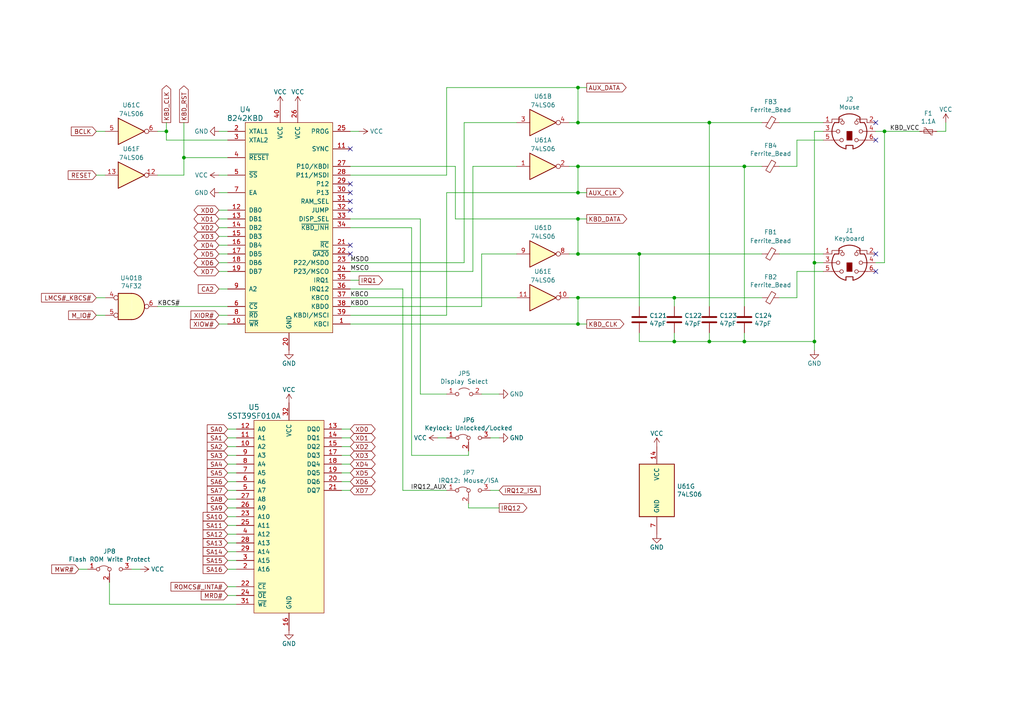
<source format=kicad_sch>
(kicad_sch (version 20211123) (generator eeschema)

  (uuid b836f022-e430-4e77-b4ee-df94229558c9)

  (paper "A4")

  (title_block
    (title "486 Sandy River Motherboard")
  )

  (lib_symbols
    (symbol "74xx:74LS06" (pin_names (offset 1.016)) (in_bom yes) (on_board yes)
      (property "Reference" "U" (id 0) (at 0 1.27 0)
        (effects (font (size 1.27 1.27)))
      )
      (property "Value" "74LS06" (id 1) (at 0 -1.27 0)
        (effects (font (size 1.27 1.27)))
      )
      (property "Footprint" "" (id 2) (at 0 0 0)
        (effects (font (size 1.27 1.27)) hide)
      )
      (property "Datasheet" "http://www.ti.com/lit/gpn/sn74LS06" (id 3) (at 0 0 0)
        (effects (font (size 1.27 1.27)) hide)
      )
      (property "ki_locked" "" (id 4) (at 0 0 0)
        (effects (font (size 1.27 1.27)))
      )
      (property "ki_keywords" "TTL not inv OpenCol" (id 5) (at 0 0 0)
        (effects (font (size 1.27 1.27)) hide)
      )
      (property "ki_description" "Inverter Open Collect" (id 6) (at 0 0 0)
        (effects (font (size 1.27 1.27)) hide)
      )
      (property "ki_fp_filters" "DIP*W7.62mm*" (id 7) (at 0 0 0)
        (effects (font (size 1.27 1.27)) hide)
      )
      (symbol "74LS06_1_0"
        (polyline
          (pts
            (xy -3.81 3.81)
            (xy -3.81 -3.81)
            (xy 3.81 0)
            (xy -3.81 3.81)
          )
          (stroke (width 0.254) (type default) (color 0 0 0 0))
          (fill (type background))
        )
        (pin input line (at -7.62 0 0) (length 3.81)
          (name "~" (effects (font (size 1.27 1.27))))
          (number "1" (effects (font (size 1.27 1.27))))
        )
        (pin open_collector inverted (at 7.62 0 180) (length 3.81)
          (name "~" (effects (font (size 1.27 1.27))))
          (number "2" (effects (font (size 1.27 1.27))))
        )
      )
      (symbol "74LS06_2_0"
        (polyline
          (pts
            (xy -3.81 3.81)
            (xy -3.81 -3.81)
            (xy 3.81 0)
            (xy -3.81 3.81)
          )
          (stroke (width 0.254) (type default) (color 0 0 0 0))
          (fill (type background))
        )
        (pin input line (at -7.62 0 0) (length 3.81)
          (name "~" (effects (font (size 1.27 1.27))))
          (number "3" (effects (font (size 1.27 1.27))))
        )
        (pin open_collector inverted (at 7.62 0 180) (length 3.81)
          (name "~" (effects (font (size 1.27 1.27))))
          (number "4" (effects (font (size 1.27 1.27))))
        )
      )
      (symbol "74LS06_3_0"
        (polyline
          (pts
            (xy -3.81 3.81)
            (xy -3.81 -3.81)
            (xy 3.81 0)
            (xy -3.81 3.81)
          )
          (stroke (width 0.254) (type default) (color 0 0 0 0))
          (fill (type background))
        )
        (pin input line (at -7.62 0 0) (length 3.81)
          (name "~" (effects (font (size 1.27 1.27))))
          (number "5" (effects (font (size 1.27 1.27))))
        )
        (pin open_collector inverted (at 7.62 0 180) (length 3.81)
          (name "~" (effects (font (size 1.27 1.27))))
          (number "6" (effects (font (size 1.27 1.27))))
        )
      )
      (symbol "74LS06_4_0"
        (polyline
          (pts
            (xy -3.81 3.81)
            (xy -3.81 -3.81)
            (xy 3.81 0)
            (xy -3.81 3.81)
          )
          (stroke (width 0.254) (type default) (color 0 0 0 0))
          (fill (type background))
        )
        (pin open_collector inverted (at 7.62 0 180) (length 3.81)
          (name "~" (effects (font (size 1.27 1.27))))
          (number "8" (effects (font (size 1.27 1.27))))
        )
        (pin input line (at -7.62 0 0) (length 3.81)
          (name "~" (effects (font (size 1.27 1.27))))
          (number "9" (effects (font (size 1.27 1.27))))
        )
      )
      (symbol "74LS06_5_0"
        (polyline
          (pts
            (xy -3.81 3.81)
            (xy -3.81 -3.81)
            (xy 3.81 0)
            (xy -3.81 3.81)
          )
          (stroke (width 0.254) (type default) (color 0 0 0 0))
          (fill (type background))
        )
        (pin open_collector inverted (at 7.62 0 180) (length 3.81)
          (name "~" (effects (font (size 1.27 1.27))))
          (number "10" (effects (font (size 1.27 1.27))))
        )
        (pin input line (at -7.62 0 0) (length 3.81)
          (name "~" (effects (font (size 1.27 1.27))))
          (number "11" (effects (font (size 1.27 1.27))))
        )
      )
      (symbol "74LS06_6_0"
        (polyline
          (pts
            (xy -3.81 3.81)
            (xy -3.81 -3.81)
            (xy 3.81 0)
            (xy -3.81 3.81)
          )
          (stroke (width 0.254) (type default) (color 0 0 0 0))
          (fill (type background))
        )
        (pin open_collector inverted (at 7.62 0 180) (length 3.81)
          (name "~" (effects (font (size 1.27 1.27))))
          (number "12" (effects (font (size 1.27 1.27))))
        )
        (pin input line (at -7.62 0 0) (length 3.81)
          (name "~" (effects (font (size 1.27 1.27))))
          (number "13" (effects (font (size 1.27 1.27))))
        )
      )
      (symbol "74LS06_7_0"
        (pin power_in line (at 0 12.7 270) (length 5.08)
          (name "VCC" (effects (font (size 1.27 1.27))))
          (number "14" (effects (font (size 1.27 1.27))))
        )
        (pin power_in line (at 0 -12.7 90) (length 5.08)
          (name "GND" (effects (font (size 1.27 1.27))))
          (number "7" (effects (font (size 1.27 1.27))))
        )
      )
      (symbol "74LS06_7_1"
        (rectangle (start -5.08 7.62) (end 5.08 -7.62)
          (stroke (width 0.254) (type default) (color 0 0 0 0))
          (fill (type background))
        )
      )
    )
    (symbol "74xx:74LS32" (pin_names (offset 1.016)) (in_bom yes) (on_board yes)
      (property "Reference" "U" (id 0) (at 0 1.27 0)
        (effects (font (size 1.27 1.27)))
      )
      (property "Value" "74LS32" (id 1) (at 0 -1.27 0)
        (effects (font (size 1.27 1.27)))
      )
      (property "Footprint" "" (id 2) (at 0 0 0)
        (effects (font (size 1.27 1.27)) hide)
      )
      (property "Datasheet" "http://www.ti.com/lit/gpn/sn74LS32" (id 3) (at 0 0 0)
        (effects (font (size 1.27 1.27)) hide)
      )
      (property "ki_locked" "" (id 4) (at 0 0 0)
        (effects (font (size 1.27 1.27)))
      )
      (property "ki_keywords" "TTL Or2" (id 5) (at 0 0 0)
        (effects (font (size 1.27 1.27)) hide)
      )
      (property "ki_description" "Quad 2-input OR" (id 6) (at 0 0 0)
        (effects (font (size 1.27 1.27)) hide)
      )
      (property "ki_fp_filters" "DIP?14*" (id 7) (at 0 0 0)
        (effects (font (size 1.27 1.27)) hide)
      )
      (symbol "74LS32_1_1"
        (arc (start -3.81 -3.81) (mid -2.589 0) (end -3.81 3.81)
          (stroke (width 0.254) (type default) (color 0 0 0 0))
          (fill (type none))
        )
        (arc (start -0.6096 -3.81) (mid 2.1855 -2.584) (end 3.81 0)
          (stroke (width 0.254) (type default) (color 0 0 0 0))
          (fill (type background))
        )
        (polyline
          (pts
            (xy -3.81 -3.81)
            (xy -0.635 -3.81)
          )
          (stroke (width 0.254) (type default) (color 0 0 0 0))
          (fill (type background))
        )
        (polyline
          (pts
            (xy -3.81 3.81)
            (xy -0.635 3.81)
          )
          (stroke (width 0.254) (type default) (color 0 0 0 0))
          (fill (type background))
        )
        (polyline
          (pts
            (xy -0.635 3.81)
            (xy -3.81 3.81)
            (xy -3.81 3.81)
            (xy -3.556 3.4036)
            (xy -3.0226 2.2606)
            (xy -2.6924 1.0414)
            (xy -2.6162 -0.254)
            (xy -2.7686 -1.4986)
            (xy -3.175 -2.7178)
            (xy -3.81 -3.81)
            (xy -3.81 -3.81)
            (xy -0.635 -3.81)
          )
          (stroke (width -25.4) (type default) (color 0 0 0 0))
          (fill (type background))
        )
        (arc (start 3.81 0) (mid 2.1928 2.5925) (end -0.6096 3.81)
          (stroke (width 0.254) (type default) (color 0 0 0 0))
          (fill (type background))
        )
        (pin input line (at -7.62 2.54 0) (length 4.318)
          (name "~" (effects (font (size 1.27 1.27))))
          (number "1" (effects (font (size 1.27 1.27))))
        )
        (pin input line (at -7.62 -2.54 0) (length 4.318)
          (name "~" (effects (font (size 1.27 1.27))))
          (number "2" (effects (font (size 1.27 1.27))))
        )
        (pin output line (at 7.62 0 180) (length 3.81)
          (name "~" (effects (font (size 1.27 1.27))))
          (number "3" (effects (font (size 1.27 1.27))))
        )
      )
      (symbol "74LS32_1_2"
        (arc (start 0 -3.81) (mid 3.81 0) (end 0 3.81)
          (stroke (width 0.254) (type default) (color 0 0 0 0))
          (fill (type background))
        )
        (polyline
          (pts
            (xy 0 3.81)
            (xy -3.81 3.81)
            (xy -3.81 -3.81)
            (xy 0 -3.81)
          )
          (stroke (width 0.254) (type default) (color 0 0 0 0))
          (fill (type background))
        )
        (pin input inverted (at -7.62 2.54 0) (length 3.81)
          (name "~" (effects (font (size 1.27 1.27))))
          (number "1" (effects (font (size 1.27 1.27))))
        )
        (pin input inverted (at -7.62 -2.54 0) (length 3.81)
          (name "~" (effects (font (size 1.27 1.27))))
          (number "2" (effects (font (size 1.27 1.27))))
        )
        (pin output inverted (at 7.62 0 180) (length 3.81)
          (name "~" (effects (font (size 1.27 1.27))))
          (number "3" (effects (font (size 1.27 1.27))))
        )
      )
      (symbol "74LS32_2_1"
        (arc (start -3.81 -3.81) (mid -2.589 0) (end -3.81 3.81)
          (stroke (width 0.254) (type default) (color 0 0 0 0))
          (fill (type none))
        )
        (arc (start -0.6096 -3.81) (mid 2.1855 -2.584) (end 3.81 0)
          (stroke (width 0.254) (type default) (color 0 0 0 0))
          (fill (type background))
        )
        (polyline
          (pts
            (xy -3.81 -3.81)
            (xy -0.635 -3.81)
          )
          (stroke (width 0.254) (type default) (color 0 0 0 0))
          (fill (type background))
        )
        (polyline
          (pts
            (xy -3.81 3.81)
            (xy -0.635 3.81)
          )
          (stroke (width 0.254) (type default) (color 0 0 0 0))
          (fill (type background))
        )
        (polyline
          (pts
            (xy -0.635 3.81)
            (xy -3.81 3.81)
            (xy -3.81 3.81)
            (xy -3.556 3.4036)
            (xy -3.0226 2.2606)
            (xy -2.6924 1.0414)
            (xy -2.6162 -0.254)
            (xy -2.7686 -1.4986)
            (xy -3.175 -2.7178)
            (xy -3.81 -3.81)
            (xy -3.81 -3.81)
            (xy -0.635 -3.81)
          )
          (stroke (width -25.4) (type default) (color 0 0 0 0))
          (fill (type background))
        )
        (arc (start 3.81 0) (mid 2.1928 2.5925) (end -0.6096 3.81)
          (stroke (width 0.254) (type default) (color 0 0 0 0))
          (fill (type background))
        )
        (pin input line (at -7.62 2.54 0) (length 4.318)
          (name "~" (effects (font (size 1.27 1.27))))
          (number "4" (effects (font (size 1.27 1.27))))
        )
        (pin input line (at -7.62 -2.54 0) (length 4.318)
          (name "~" (effects (font (size 1.27 1.27))))
          (number "5" (effects (font (size 1.27 1.27))))
        )
        (pin output line (at 7.62 0 180) (length 3.81)
          (name "~" (effects (font (size 1.27 1.27))))
          (number "6" (effects (font (size 1.27 1.27))))
        )
      )
      (symbol "74LS32_2_2"
        (arc (start 0 -3.81) (mid 3.81 0) (end 0 3.81)
          (stroke (width 0.254) (type default) (color 0 0 0 0))
          (fill (type background))
        )
        (polyline
          (pts
            (xy 0 3.81)
            (xy -3.81 3.81)
            (xy -3.81 -3.81)
            (xy 0 -3.81)
          )
          (stroke (width 0.254) (type default) (color 0 0 0 0))
          (fill (type background))
        )
        (pin input inverted (at -7.62 2.54 0) (length 3.81)
          (name "~" (effects (font (size 1.27 1.27))))
          (number "4" (effects (font (size 1.27 1.27))))
        )
        (pin input inverted (at -7.62 -2.54 0) (length 3.81)
          (name "~" (effects (font (size 1.27 1.27))))
          (number "5" (effects (font (size 1.27 1.27))))
        )
        (pin output inverted (at 7.62 0 180) (length 3.81)
          (name "~" (effects (font (size 1.27 1.27))))
          (number "6" (effects (font (size 1.27 1.27))))
        )
      )
      (symbol "74LS32_3_1"
        (arc (start -3.81 -3.81) (mid -2.589 0) (end -3.81 3.81)
          (stroke (width 0.254) (type default) (color 0 0 0 0))
          (fill (type none))
        )
        (arc (start -0.6096 -3.81) (mid 2.1855 -2.584) (end 3.81 0)
          (stroke (width 0.254) (type default) (color 0 0 0 0))
          (fill (type background))
        )
        (polyline
          (pts
            (xy -3.81 -3.81)
            (xy -0.635 -3.81)
          )
          (stroke (width 0.254) (type default) (color 0 0 0 0))
          (fill (type background))
        )
        (polyline
          (pts
            (xy -3.81 3.81)
            (xy -0.635 3.81)
          )
          (stroke (width 0.254) (type default) (color 0 0 0 0))
          (fill (type background))
        )
        (polyline
          (pts
            (xy -0.635 3.81)
            (xy -3.81 3.81)
            (xy -3.81 3.81)
            (xy -3.556 3.4036)
            (xy -3.0226 2.2606)
            (xy -2.6924 1.0414)
            (xy -2.6162 -0.254)
            (xy -2.7686 -1.4986)
            (xy -3.175 -2.7178)
            (xy -3.81 -3.81)
            (xy -3.81 -3.81)
            (xy -0.635 -3.81)
          )
          (stroke (width -25.4) (type default) (color 0 0 0 0))
          (fill (type background))
        )
        (arc (start 3.81 0) (mid 2.1928 2.5925) (end -0.6096 3.81)
          (stroke (width 0.254) (type default) (color 0 0 0 0))
          (fill (type background))
        )
        (pin input line (at -7.62 -2.54 0) (length 4.318)
          (name "~" (effects (font (size 1.27 1.27))))
          (number "10" (effects (font (size 1.27 1.27))))
        )
        (pin output line (at 7.62 0 180) (length 3.81)
          (name "~" (effects (font (size 1.27 1.27))))
          (number "8" (effects (font (size 1.27 1.27))))
        )
        (pin input line (at -7.62 2.54 0) (length 4.318)
          (name "~" (effects (font (size 1.27 1.27))))
          (number "9" (effects (font (size 1.27 1.27))))
        )
      )
      (symbol "74LS32_3_2"
        (arc (start 0 -3.81) (mid 3.81 0) (end 0 3.81)
          (stroke (width 0.254) (type default) (color 0 0 0 0))
          (fill (type background))
        )
        (polyline
          (pts
            (xy 0 3.81)
            (xy -3.81 3.81)
            (xy -3.81 -3.81)
            (xy 0 -3.81)
          )
          (stroke (width 0.254) (type default) (color 0 0 0 0))
          (fill (type background))
        )
        (pin input inverted (at -7.62 -2.54 0) (length 3.81)
          (name "~" (effects (font (size 1.27 1.27))))
          (number "10" (effects (font (size 1.27 1.27))))
        )
        (pin output inverted (at 7.62 0 180) (length 3.81)
          (name "~" (effects (font (size 1.27 1.27))))
          (number "8" (effects (font (size 1.27 1.27))))
        )
        (pin input inverted (at -7.62 2.54 0) (length 3.81)
          (name "~" (effects (font (size 1.27 1.27))))
          (number "9" (effects (font (size 1.27 1.27))))
        )
      )
      (symbol "74LS32_4_1"
        (arc (start -3.81 -3.81) (mid -2.589 0) (end -3.81 3.81)
          (stroke (width 0.254) (type default) (color 0 0 0 0))
          (fill (type none))
        )
        (arc (start -0.6096 -3.81) (mid 2.1855 -2.584) (end 3.81 0)
          (stroke (width 0.254) (type default) (color 0 0 0 0))
          (fill (type background))
        )
        (polyline
          (pts
            (xy -3.81 -3.81)
            (xy -0.635 -3.81)
          )
          (stroke (width 0.254) (type default) (color 0 0 0 0))
          (fill (type background))
        )
        (polyline
          (pts
            (xy -3.81 3.81)
            (xy -0.635 3.81)
          )
          (stroke (width 0.254) (type default) (color 0 0 0 0))
          (fill (type background))
        )
        (polyline
          (pts
            (xy -0.635 3.81)
            (xy -3.81 3.81)
            (xy -3.81 3.81)
            (xy -3.556 3.4036)
            (xy -3.0226 2.2606)
            (xy -2.6924 1.0414)
            (xy -2.6162 -0.254)
            (xy -2.7686 -1.4986)
            (xy -3.175 -2.7178)
            (xy -3.81 -3.81)
            (xy -3.81 -3.81)
            (xy -0.635 -3.81)
          )
          (stroke (width -25.4) (type default) (color 0 0 0 0))
          (fill (type background))
        )
        (arc (start 3.81 0) (mid 2.1928 2.5925) (end -0.6096 3.81)
          (stroke (width 0.254) (type default) (color 0 0 0 0))
          (fill (type background))
        )
        (pin output line (at 7.62 0 180) (length 3.81)
          (name "~" (effects (font (size 1.27 1.27))))
          (number "11" (effects (font (size 1.27 1.27))))
        )
        (pin input line (at -7.62 2.54 0) (length 4.318)
          (name "~" (effects (font (size 1.27 1.27))))
          (number "12" (effects (font (size 1.27 1.27))))
        )
        (pin input line (at -7.62 -2.54 0) (length 4.318)
          (name "~" (effects (font (size 1.27 1.27))))
          (number "13" (effects (font (size 1.27 1.27))))
        )
      )
      (symbol "74LS32_4_2"
        (arc (start 0 -3.81) (mid 3.81 0) (end 0 3.81)
          (stroke (width 0.254) (type default) (color 0 0 0 0))
          (fill (type background))
        )
        (polyline
          (pts
            (xy 0 3.81)
            (xy -3.81 3.81)
            (xy -3.81 -3.81)
            (xy 0 -3.81)
          )
          (stroke (width 0.254) (type default) (color 0 0 0 0))
          (fill (type background))
        )
        (pin output inverted (at 7.62 0 180) (length 3.81)
          (name "~" (effects (font (size 1.27 1.27))))
          (number "11" (effects (font (size 1.27 1.27))))
        )
        (pin input inverted (at -7.62 2.54 0) (length 3.81)
          (name "~" (effects (font (size 1.27 1.27))))
          (number "12" (effects (font (size 1.27 1.27))))
        )
        (pin input inverted (at -7.62 -2.54 0) (length 3.81)
          (name "~" (effects (font (size 1.27 1.27))))
          (number "13" (effects (font (size 1.27 1.27))))
        )
      )
      (symbol "74LS32_5_0"
        (pin power_in line (at 0 12.7 270) (length 5.08)
          (name "VCC" (effects (font (size 1.27 1.27))))
          (number "14" (effects (font (size 1.27 1.27))))
        )
        (pin power_in line (at 0 -12.7 90) (length 5.08)
          (name "GND" (effects (font (size 1.27 1.27))))
          (number "7" (effects (font (size 1.27 1.27))))
        )
      )
      (symbol "74LS32_5_1"
        (rectangle (start -5.08 7.62) (end 5.08 -7.62)
          (stroke (width 0.254) (type default) (color 0 0 0 0))
          (fill (type background))
        )
      )
    )
    (symbol "Connector:Mini-DIN-6" (pin_names (offset 1.016)) (in_bom yes) (on_board yes)
      (property "Reference" "J" (id 0) (at 0 6.35 0)
        (effects (font (size 1.27 1.27)))
      )
      (property "Value" "Mini-DIN-6" (id 1) (at 0 -6.35 0)
        (effects (font (size 1.27 1.27)))
      )
      (property "Footprint" "" (id 2) (at 0 0 0)
        (effects (font (size 1.27 1.27)) hide)
      )
      (property "Datasheet" "http://service.powerdynamics.com/ec/Catalog17/Section%2011.pdf" (id 3) (at 0 0 0)
        (effects (font (size 1.27 1.27)) hide)
      )
      (property "ki_keywords" "Mini-DIN" (id 4) (at 0 0 0)
        (effects (font (size 1.27 1.27)) hide)
      )
      (property "ki_description" "6-pin Mini-DIN connector" (id 5) (at 0 0 0)
        (effects (font (size 1.27 1.27)) hide)
      )
      (property "ki_fp_filters" "MINI?DIN*" (id 6) (at 0 0 0)
        (effects (font (size 1.27 1.27)) hide)
      )
      (symbol "Mini-DIN-6_0_1"
        (circle (center -3.302 0) (radius 0.508)
          (stroke (width 0) (type default) (color 0 0 0 0))
          (fill (type none))
        )
        (arc (start -3.048 -4.064) (mid 0 -5.08) (end 3.048 -4.064)
          (stroke (width 0.254) (type default) (color 0 0 0 0))
          (fill (type none))
        )
        (circle (center -2.032 -2.54) (radius 0.508)
          (stroke (width 0) (type default) (color 0 0 0 0))
          (fill (type none))
        )
        (circle (center -2.032 2.54) (radius 0.508)
          (stroke (width 0) (type default) (color 0 0 0 0))
          (fill (type none))
        )
        (arc (start -1.016 5.08) (mid -4.6243 2.1182) (end -4.318 -2.54)
          (stroke (width 0.254) (type default) (color 0 0 0 0))
          (fill (type none))
        )
        (rectangle (start -0.762 2.54) (end 0.762 0)
          (stroke (width 0) (type default) (color 0 0 0 0))
          (fill (type outline))
        )
        (polyline
          (pts
            (xy -3.81 0)
            (xy -5.08 0)
          )
          (stroke (width 0) (type default) (color 0 0 0 0))
          (fill (type none))
        )
        (polyline
          (pts
            (xy -2.54 2.54)
            (xy -5.08 2.54)
          )
          (stroke (width 0) (type default) (color 0 0 0 0))
          (fill (type none))
        )
        (polyline
          (pts
            (xy 2.794 2.54)
            (xy 5.08 2.54)
          )
          (stroke (width 0) (type default) (color 0 0 0 0))
          (fill (type none))
        )
        (polyline
          (pts
            (xy 5.08 0)
            (xy 3.81 0)
          )
          (stroke (width 0) (type default) (color 0 0 0 0))
          (fill (type none))
        )
        (polyline
          (pts
            (xy -4.318 -2.54)
            (xy -3.048 -2.54)
            (xy -3.048 -4.064)
          )
          (stroke (width 0.254) (type default) (color 0 0 0 0))
          (fill (type none))
        )
        (polyline
          (pts
            (xy 4.318 -2.54)
            (xy 3.048 -2.54)
            (xy 3.048 -4.064)
          )
          (stroke (width 0.254) (type default) (color 0 0 0 0))
          (fill (type none))
        )
        (polyline
          (pts
            (xy -2.032 -3.048)
            (xy -2.032 -3.556)
            (xy -5.08 -3.556)
            (xy -5.08 -2.54)
          )
          (stroke (width 0) (type default) (color 0 0 0 0))
          (fill (type none))
        )
        (polyline
          (pts
            (xy -1.016 5.08)
            (xy -1.016 4.064)
            (xy 1.016 4.064)
            (xy 1.016 5.08)
          )
          (stroke (width 0.254) (type default) (color 0 0 0 0))
          (fill (type none))
        )
        (polyline
          (pts
            (xy 2.032 -3.048)
            (xy 2.032 -3.556)
            (xy 5.08 -3.556)
            (xy 5.08 -2.54)
          )
          (stroke (width 0) (type default) (color 0 0 0 0))
          (fill (type none))
        )
        (circle (center 2.032 -2.54) (radius 0.508)
          (stroke (width 0) (type default) (color 0 0 0 0))
          (fill (type none))
        )
        (circle (center 2.286 2.54) (radius 0.508)
          (stroke (width 0) (type default) (color 0 0 0 0))
          (fill (type none))
        )
        (circle (center 3.302 0) (radius 0.508)
          (stroke (width 0) (type default) (color 0 0 0 0))
          (fill (type none))
        )
        (arc (start 4.318 -2.54) (mid 4.6646 2.1357) (end 1.016 5.08)
          (stroke (width 0.254) (type default) (color 0 0 0 0))
          (fill (type none))
        )
      )
      (symbol "Mini-DIN-6_1_1"
        (pin passive line (at 7.62 -2.54 180) (length 2.54)
          (name "~" (effects (font (size 1.27 1.27))))
          (number "1" (effects (font (size 1.27 1.27))))
        )
        (pin passive line (at -7.62 -2.54 0) (length 2.54)
          (name "~" (effects (font (size 1.27 1.27))))
          (number "2" (effects (font (size 1.27 1.27))))
        )
        (pin passive line (at 7.62 0 180) (length 2.54)
          (name "~" (effects (font (size 1.27 1.27))))
          (number "3" (effects (font (size 1.27 1.27))))
        )
        (pin passive line (at -7.62 0 0) (length 2.54)
          (name "~" (effects (font (size 1.27 1.27))))
          (number "4" (effects (font (size 1.27 1.27))))
        )
        (pin passive line (at 7.62 2.54 180) (length 2.54)
          (name "~" (effects (font (size 1.27 1.27))))
          (number "5" (effects (font (size 1.27 1.27))))
        )
        (pin passive line (at -7.62 2.54 0) (length 2.54)
          (name "~" (effects (font (size 1.27 1.27))))
          (number "6" (effects (font (size 1.27 1.27))))
        )
      )
    )
    (symbol "Device:C" (pin_numbers hide) (pin_names (offset 0.254)) (in_bom yes) (on_board yes)
      (property "Reference" "C" (id 0) (at 0.635 2.54 0)
        (effects (font (size 1.27 1.27)) (justify left))
      )
      (property "Value" "C" (id 1) (at 0.635 -2.54 0)
        (effects (font (size 1.27 1.27)) (justify left))
      )
      (property "Footprint" "" (id 2) (at 0.9652 -3.81 0)
        (effects (font (size 1.27 1.27)) hide)
      )
      (property "Datasheet" "~" (id 3) (at 0 0 0)
        (effects (font (size 1.27 1.27)) hide)
      )
      (property "ki_keywords" "cap capacitor" (id 4) (at 0 0 0)
        (effects (font (size 1.27 1.27)) hide)
      )
      (property "ki_description" "Unpolarized capacitor" (id 5) (at 0 0 0)
        (effects (font (size 1.27 1.27)) hide)
      )
      (property "ki_fp_filters" "C_*" (id 6) (at 0 0 0)
        (effects (font (size 1.27 1.27)) hide)
      )
      (symbol "C_0_1"
        (polyline
          (pts
            (xy -2.032 -0.762)
            (xy 2.032 -0.762)
          )
          (stroke (width 0.508) (type default) (color 0 0 0 0))
          (fill (type none))
        )
        (polyline
          (pts
            (xy -2.032 0.762)
            (xy 2.032 0.762)
          )
          (stroke (width 0.508) (type default) (color 0 0 0 0))
          (fill (type none))
        )
      )
      (symbol "C_1_1"
        (pin passive line (at 0 3.81 270) (length 2.794)
          (name "~" (effects (font (size 1.27 1.27))))
          (number "1" (effects (font (size 1.27 1.27))))
        )
        (pin passive line (at 0 -3.81 90) (length 2.794)
          (name "~" (effects (font (size 1.27 1.27))))
          (number "2" (effects (font (size 1.27 1.27))))
        )
      )
    )
    (symbol "Device:Ferrite_Bead_Small" (pin_numbers hide) (pin_names (offset 0)) (in_bom yes) (on_board yes)
      (property "Reference" "FB" (id 0) (at 1.905 1.27 0)
        (effects (font (size 1.27 1.27)) (justify left))
      )
      (property "Value" "Device_Ferrite_Bead_Small" (id 1) (at 1.905 -1.27 0)
        (effects (font (size 1.27 1.27)) (justify left))
      )
      (property "Footprint" "" (id 2) (at -1.778 0 90)
        (effects (font (size 1.27 1.27)) hide)
      )
      (property "Datasheet" "" (id 3) (at 0 0 0)
        (effects (font (size 1.27 1.27)) hide)
      )
      (property "ki_fp_filters" "Inductor_* L_* *Ferrite*" (id 4) (at 0 0 0)
        (effects (font (size 1.27 1.27)) hide)
      )
      (symbol "Ferrite_Bead_Small_0_1"
        (polyline
          (pts
            (xy 0 -1.27)
            (xy 0 -0.7874)
          )
          (stroke (width 0) (type default) (color 0 0 0 0))
          (fill (type none))
        )
        (polyline
          (pts
            (xy 0 0.889)
            (xy 0 1.2954)
          )
          (stroke (width 0) (type default) (color 0 0 0 0))
          (fill (type none))
        )
        (polyline
          (pts
            (xy -1.8288 0.2794)
            (xy -1.1176 1.4986)
            (xy 1.8288 -0.2032)
            (xy 1.1176 -1.4224)
            (xy -1.8288 0.2794)
          )
          (stroke (width 0) (type default) (color 0 0 0 0))
          (fill (type none))
        )
      )
      (symbol "Ferrite_Bead_Small_1_1"
        (pin passive line (at 0 2.54 270) (length 1.27)
          (name "~" (effects (font (size 1.27 1.27))))
          (number "1" (effects (font (size 1.27 1.27))))
        )
        (pin passive line (at 0 -2.54 90) (length 1.27)
          (name "~" (effects (font (size 1.27 1.27))))
          (number "2" (effects (font (size 1.27 1.27))))
        )
      )
    )
    (symbol "Device:Polyfuse_Small" (pin_numbers hide) (pin_names (offset 0)) (in_bom yes) (on_board yes)
      (property "Reference" "F" (id 0) (at -1.905 0 90)
        (effects (font (size 1.27 1.27)))
      )
      (property "Value" "Polyfuse_Small" (id 1) (at 1.905 0 90)
        (effects (font (size 1.27 1.27)))
      )
      (property "Footprint" "" (id 2) (at 1.27 -5.08 0)
        (effects (font (size 1.27 1.27)) (justify left) hide)
      )
      (property "Datasheet" "~" (id 3) (at 0 0 0)
        (effects (font (size 1.27 1.27)) hide)
      )
      (property "ki_keywords" "resettable fuse PTC PPTC polyfuse polyswitch" (id 4) (at 0 0 0)
        (effects (font (size 1.27 1.27)) hide)
      )
      (property "ki_description" "Resettable fuse, polymeric positive temperature coefficient, small symbol" (id 5) (at 0 0 0)
        (effects (font (size 1.27 1.27)) hide)
      )
      (property "ki_fp_filters" "*polyfuse* *PTC*" (id 6) (at 0 0 0)
        (effects (font (size 1.27 1.27)) hide)
      )
      (symbol "Polyfuse_Small_0_1"
        (rectangle (start -0.508 1.27) (end 0.508 -1.27)
          (stroke (width 0) (type default) (color 0 0 0 0))
          (fill (type none))
        )
        (polyline
          (pts
            (xy 0 2.54)
            (xy 0 -2.54)
          )
          (stroke (width 0) (type default) (color 0 0 0 0))
          (fill (type none))
        )
        (polyline
          (pts
            (xy -1.016 1.27)
            (xy -1.016 0.762)
            (xy 1.016 -0.762)
            (xy 1.016 -1.27)
          )
          (stroke (width 0) (type default) (color 0 0 0 0))
          (fill (type none))
        )
      )
      (symbol "Polyfuse_Small_1_1"
        (pin passive line (at 0 2.54 270) (length 0.635)
          (name "~" (effects (font (size 1.27 1.27))))
          (number "1" (effects (font (size 1.27 1.27))))
        )
        (pin passive line (at 0 -2.54 90) (length 0.635)
          (name "~" (effects (font (size 1.27 1.27))))
          (number "2" (effects (font (size 1.27 1.27))))
        )
      )
    )
    (symbol "Jumper:Jumper_2_Open" (pin_names (offset 0) hide) (in_bom yes) (on_board yes)
      (property "Reference" "JP" (id 0) (at 0 2.794 0)
        (effects (font (size 1.27 1.27)))
      )
      (property "Value" "Jumper_2_Open" (id 1) (at 0 -2.286 0)
        (effects (font (size 1.27 1.27)))
      )
      (property "Footprint" "" (id 2) (at 0 0 0)
        (effects (font (size 1.27 1.27)) hide)
      )
      (property "Datasheet" "~" (id 3) (at 0 0 0)
        (effects (font (size 1.27 1.27)) hide)
      )
      (property "ki_keywords" "Jumper SPST" (id 4) (at 0 0 0)
        (effects (font (size 1.27 1.27)) hide)
      )
      (property "ki_description" "Jumper, 2-pole, open" (id 5) (at 0 0 0)
        (effects (font (size 1.27 1.27)) hide)
      )
      (property "ki_fp_filters" "Jumper* TestPoint*2Pads* TestPoint*Bridge*" (id 6) (at 0 0 0)
        (effects (font (size 1.27 1.27)) hide)
      )
      (symbol "Jumper_2_Open_0_0"
        (circle (center -2.032 0) (radius 0.508)
          (stroke (width 0) (type default) (color 0 0 0 0))
          (fill (type none))
        )
        (circle (center 2.032 0) (radius 0.508)
          (stroke (width 0) (type default) (color 0 0 0 0))
          (fill (type none))
        )
      )
      (symbol "Jumper_2_Open_0_1"
        (arc (start 1.524 1.27) (mid 0 1.778) (end -1.524 1.27)
          (stroke (width 0) (type default) (color 0 0 0 0))
          (fill (type none))
        )
      )
      (symbol "Jumper_2_Open_1_1"
        (pin passive line (at -5.08 0 0) (length 2.54)
          (name "A" (effects (font (size 1.27 1.27))))
          (number "1" (effects (font (size 1.27 1.27))))
        )
        (pin passive line (at 5.08 0 180) (length 2.54)
          (name "B" (effects (font (size 1.27 1.27))))
          (number "2" (effects (font (size 1.27 1.27))))
        )
      )
    )
    (symbol "my_components:8242KBD" (pin_names (offset 1.016)) (in_bom yes) (on_board yes)
      (property "Reference" "U" (id 0) (at -12.7 34.29 0)
        (effects (font (size 1.524 1.524)))
      )
      (property "Value" "8242KBD" (id 1) (at -12.7 31.75 0)
        (effects (font (size 1.524 1.524)))
      )
      (property "Footprint" "*DIP*40*" (id 2) (at 0 -3.81 0)
        (effects (font (size 1.524 1.524)) hide)
      )
      (property "Datasheet" "" (id 3) (at 0 -3.81 0)
        (effects (font (size 1.524 1.524)))
      )
      (property "ki_keywords" "8242 Keyboard Controller" (id 4) (at 0 0 0)
        (effects (font (size 1.27 1.27)) hide)
      )
      (property "ki_description" "8242 Keyboard Controller" (id 5) (at 0 0 0)
        (effects (font (size 1.27 1.27)) hide)
      )
      (property "ki_fp_filters" "DIP40_600" (id 6) (at 0 0 0)
        (effects (font (size 1.27 1.27)) hide)
      )
      (symbol "8242KBD_0_1"
        (rectangle (start 12.7 -30.48) (end -12.7 30.48)
          (stroke (width 0) (type default) (color 0 0 0 0))
          (fill (type background))
        )
      )
      (symbol "8242KBD_1_1"
        (pin input line (at 17.78 -27.94 180) (length 5.08)
          (name "KBCI" (effects (font (size 1.27 1.27))))
          (number "1" (effects (font (size 1.27 1.27))))
        )
        (pin input line (at -17.78 -27.94 0) (length 5.08)
          (name "~{WR}" (effects (font (size 1.27 1.27))))
          (number "10" (effects (font (size 1.27 1.27))))
        )
        (pin output line (at 17.78 22.86 180) (length 5.08)
          (name "SYNC" (effects (font (size 1.27 1.27))))
          (number "11" (effects (font (size 1.27 1.27))))
        )
        (pin bidirectional line (at -17.78 5.08 0) (length 5.08)
          (name "DB0" (effects (font (size 1.27 1.27))))
          (number "12" (effects (font (size 1.27 1.27))))
        )
        (pin bidirectional line (at -17.78 2.54 0) (length 5.08)
          (name "DB1" (effects (font (size 1.27 1.27))))
          (number "13" (effects (font (size 1.27 1.27))))
        )
        (pin bidirectional line (at -17.78 0 0) (length 5.08)
          (name "DB2" (effects (font (size 1.27 1.27))))
          (number "14" (effects (font (size 1.27 1.27))))
        )
        (pin bidirectional line (at -17.78 -2.54 0) (length 5.08)
          (name "DB3" (effects (font (size 1.27 1.27))))
          (number "15" (effects (font (size 1.27 1.27))))
        )
        (pin bidirectional line (at -17.78 -5.08 0) (length 5.08)
          (name "DB4" (effects (font (size 1.27 1.27))))
          (number "16" (effects (font (size 1.27 1.27))))
        )
        (pin bidirectional line (at -17.78 -7.62 0) (length 5.08)
          (name "DB5" (effects (font (size 1.27 1.27))))
          (number "17" (effects (font (size 1.27 1.27))))
        )
        (pin bidirectional line (at -17.78 -10.16 0) (length 5.08)
          (name "DB6" (effects (font (size 1.27 1.27))))
          (number "18" (effects (font (size 1.27 1.27))))
        )
        (pin bidirectional line (at -17.78 -12.7 0) (length 5.08)
          (name "DB7" (effects (font (size 1.27 1.27))))
          (number "19" (effects (font (size 1.27 1.27))))
        )
        (pin input line (at -17.78 27.94 0) (length 5.08)
          (name "XTAL1" (effects (font (size 1.27 1.27))))
          (number "2" (effects (font (size 1.27 1.27))))
        )
        (pin power_in line (at 0 -35.56 90) (length 5.08)
          (name "GND" (effects (font (size 1.27 1.27))))
          (number "20" (effects (font (size 1.27 1.27))))
        )
        (pin output line (at 17.78 -5.08 180) (length 5.08)
          (name "~{RC}" (effects (font (size 1.27 1.27))))
          (number "21" (effects (font (size 1.27 1.27))))
        )
        (pin output line (at 17.78 -7.62 180) (length 5.08)
          (name "~{GA20}" (effects (font (size 1.27 1.27))))
          (number "22" (effects (font (size 1.27 1.27))))
        )
        (pin bidirectional line (at 17.78 -10.16 180) (length 5.08)
          (name "P22/MSDO" (effects (font (size 1.27 1.27))))
          (number "23" (effects (font (size 1.27 1.27))))
        )
        (pin bidirectional line (at 17.78 -12.7 180) (length 5.08)
          (name "P23/MSCO" (effects (font (size 1.27 1.27))))
          (number "24" (effects (font (size 1.27 1.27))))
        )
        (pin input line (at 17.78 27.94 180) (length 5.08)
          (name "PROG" (effects (font (size 1.27 1.27))))
          (number "25" (effects (font (size 1.27 1.27))))
        )
        (pin power_in line (at 2.54 35.56 270) (length 5.08)
          (name "VCC" (effects (font (size 1.27 1.27))))
          (number "26" (effects (font (size 1.27 1.27))))
        )
        (pin bidirectional line (at 17.78 17.78 180) (length 5.08)
          (name "P10/KBDI" (effects (font (size 1.27 1.27))))
          (number "27" (effects (font (size 1.27 1.27))))
        )
        (pin bidirectional line (at 17.78 15.24 180) (length 5.08)
          (name "P11/MSDI" (effects (font (size 1.27 1.27))))
          (number "28" (effects (font (size 1.27 1.27))))
        )
        (pin bidirectional line (at 17.78 12.7 180) (length 5.08)
          (name "P12" (effects (font (size 1.27 1.27))))
          (number "29" (effects (font (size 1.27 1.27))))
        )
        (pin input line (at -17.78 25.4 0) (length 5.08)
          (name "XTAL2" (effects (font (size 1.27 1.27))))
          (number "3" (effects (font (size 1.27 1.27))))
        )
        (pin bidirectional line (at 17.78 10.16 180) (length 5.08)
          (name "P13" (effects (font (size 1.27 1.27))))
          (number "30" (effects (font (size 1.27 1.27))))
        )
        (pin input line (at 17.78 7.62 180) (length 5.08)
          (name "RAM_SEL" (effects (font (size 1.27 1.27))))
          (number "31" (effects (font (size 1.27 1.27))))
        )
        (pin input line (at 17.78 5.08 180) (length 5.08)
          (name "JUMP" (effects (font (size 1.27 1.27))))
          (number "32" (effects (font (size 1.27 1.27))))
        )
        (pin input line (at 17.78 2.54 180) (length 5.08)
          (name "DISP_SEL" (effects (font (size 1.27 1.27))))
          (number "33" (effects (font (size 1.27 1.27))))
        )
        (pin input line (at 17.78 0 180) (length 5.08)
          (name "~{KBD_INH}" (effects (font (size 1.27 1.27))))
          (number "34" (effects (font (size 1.27 1.27))))
        )
        (pin bidirectional line (at 17.78 -15.24 180) (length 5.08)
          (name "IRQ1" (effects (font (size 1.27 1.27))))
          (number "35" (effects (font (size 1.27 1.27))))
        )
        (pin bidirectional line (at 17.78 -17.78 180) (length 5.08)
          (name "IRQ12" (effects (font (size 1.27 1.27))))
          (number "36" (effects (font (size 1.27 1.27))))
        )
        (pin bidirectional line (at 17.78 -20.32 180) (length 5.08)
          (name "KBCO" (effects (font (size 1.27 1.27))))
          (number "37" (effects (font (size 1.27 1.27))))
        )
        (pin bidirectional line (at 17.78 -22.86 180) (length 5.08)
          (name "KBDO" (effects (font (size 1.27 1.27))))
          (number "38" (effects (font (size 1.27 1.27))))
        )
        (pin input line (at 17.78 -25.4 180) (length 5.08)
          (name "KBDI/MSCI" (effects (font (size 1.27 1.27))))
          (number "39" (effects (font (size 1.27 1.27))))
        )
        (pin input line (at -17.78 20.32 0) (length 5.08)
          (name "~{RESET}" (effects (font (size 1.27 1.27))))
          (number "4" (effects (font (size 1.27 1.27))))
        )
        (pin power_in line (at -2.54 35.56 270) (length 5.08)
          (name "VCC" (effects (font (size 1.27 1.27))))
          (number "40" (effects (font (size 1.27 1.27))))
        )
        (pin input line (at -17.78 15.24 0) (length 5.08)
          (name "~{SS}" (effects (font (size 1.27 1.27))))
          (number "5" (effects (font (size 1.27 1.27))))
        )
        (pin input line (at -17.78 -22.86 0) (length 5.08)
          (name "~{CS}" (effects (font (size 1.27 1.27))))
          (number "6" (effects (font (size 1.27 1.27))))
        )
        (pin input line (at -17.78 10.16 0) (length 5.08)
          (name "EA" (effects (font (size 1.27 1.27))))
          (number "7" (effects (font (size 1.27 1.27))))
        )
        (pin input line (at -17.78 -25.4 0) (length 5.08)
          (name "~{RD}" (effects (font (size 1.27 1.27))))
          (number "8" (effects (font (size 1.27 1.27))))
        )
        (pin bidirectional line (at -17.78 -17.78 0) (length 5.08)
          (name "A2" (effects (font (size 1.27 1.27))))
          (number "9" (effects (font (size 1.27 1.27))))
        )
      )
    )
    (symbol "my_components:Jumper_3_Bridged12_Passive" (pin_names (offset 0) hide) (in_bom yes) (on_board yes)
      (property "Reference" "JP" (id 0) (at -2.54 -2.54 0)
        (effects (font (size 1.27 1.27)))
      )
      (property "Value" "Jumper_3_Bridged12_Passive" (id 1) (at 0 2.794 0)
        (effects (font (size 1.27 1.27)))
      )
      (property "Footprint" "" (id 2) (at 0 0 0)
        (effects (font (size 1.27 1.27)) hide)
      )
      (property "Datasheet" "~" (id 3) (at 0 0 0)
        (effects (font (size 1.27 1.27)) hide)
      )
      (property "ki_keywords" "Jumper SPDT" (id 4) (at 0 0 0)
        (effects (font (size 1.27 1.27)) hide)
      )
      (property "ki_description" "Jumper, 3-pole, pins 1+2 closed/bridged" (id 5) (at 0 0 0)
        (effects (font (size 1.27 1.27)) hide)
      )
      (property "ki_fp_filters" "Jumper* TestPoint*3Pads* TestPoint*Bridge*" (id 6) (at 0 0 0)
        (effects (font (size 1.27 1.27)) hide)
      )
      (symbol "Jumper_3_Bridged12_Passive_0_0"
        (circle (center -3.302 0) (radius 0.508)
          (stroke (width 0) (type default) (color 0 0 0 0))
          (fill (type none))
        )
        (circle (center 0 0) (radius 0.508)
          (stroke (width 0) (type default) (color 0 0 0 0))
          (fill (type none))
        )
        (circle (center 3.302 0) (radius 0.508)
          (stroke (width 0) (type default) (color 0 0 0 0))
          (fill (type none))
        )
      )
      (symbol "Jumper_3_Bridged12_Passive_0_1"
        (arc (start -0.254 0.508) (mid -1.651 0.9912) (end -3.048 0.508)
          (stroke (width 0) (type default) (color 0 0 0 0))
          (fill (type none))
        )
        (polyline
          (pts
            (xy 0 -1.27)
            (xy 0 -0.508)
          )
          (stroke (width 0) (type default) (color 0 0 0 0))
          (fill (type none))
        )
      )
      (symbol "Jumper_3_Bridged12_Passive_1_1"
        (pin passive line (at -6.35 0 0) (length 2.54)
          (name "A" (effects (font (size 1.27 1.27))))
          (number "1" (effects (font (size 1.27 1.27))))
        )
        (pin passive line (at 0 -3.81 90) (length 2.54)
          (name "C" (effects (font (size 1.27 1.27))))
          (number "2" (effects (font (size 1.27 1.27))))
        )
        (pin passive line (at 6.35 0 180) (length 2.54)
          (name "B" (effects (font (size 1.27 1.27))))
          (number "3" (effects (font (size 1.27 1.27))))
        )
      )
    )
    (symbol "my_components:SST39SF010A" (pin_names (offset 1.016)) (in_bom yes) (on_board yes)
      (property "Reference" "U" (id 0) (at -10.16 31.75 0)
        (effects (font (size 1.524 1.524)))
      )
      (property "Value" "SST39SF010A" (id 1) (at -10.16 29.21 0)
        (effects (font (size 1.524 1.524)))
      )
      (property "Footprint" "" (id 2) (at 0 -2.54 0)
        (effects (font (size 1.524 1.524)))
      )
      (property "Datasheet" "" (id 3) (at 0 -2.54 0)
        (effects (font (size 1.524 1.524)))
      )
      (property "ki_keywords" "Flash ROM" (id 4) (at 0 0 0)
        (effects (font (size 1.27 1.27)) hide)
      )
      (property "ki_description" "Parallel Flash ROM, 128 KiB" (id 5) (at 0 0 0)
        (effects (font (size 1.27 1.27)) hide)
      )
      (property "ki_fp_filters" "*DIP*32* *SIOC*32*" (id 6) (at 0 0 0)
        (effects (font (size 1.27 1.27)) hide)
      )
      (symbol "SST39SF010A_0_1"
        (rectangle (start 10.16 -27.94) (end -10.16 27.94)
          (stroke (width 0) (type default) (color 0 0 0 0))
          (fill (type background))
        )
      )
      (symbol "SST39SF010A_1_1"
        (pin input line (at -15.24 20.32 0) (length 5.08)
          (name "A2" (effects (font (size 1.27 1.27))))
          (number "10" (effects (font (size 1.27 1.27))))
        )
        (pin input line (at -15.24 22.86 0) (length 5.08)
          (name "A1" (effects (font (size 1.27 1.27))))
          (number "11" (effects (font (size 1.27 1.27))))
        )
        (pin input line (at -15.24 25.4 0) (length 5.08)
          (name "A0" (effects (font (size 1.27 1.27))))
          (number "12" (effects (font (size 1.27 1.27))))
        )
        (pin bidirectional line (at 15.24 25.4 180) (length 5.08)
          (name "DQ0" (effects (font (size 1.27 1.27))))
          (number "13" (effects (font (size 1.27 1.27))))
        )
        (pin bidirectional line (at 15.24 22.86 180) (length 5.08)
          (name "DQ1" (effects (font (size 1.27 1.27))))
          (number "14" (effects (font (size 1.27 1.27))))
        )
        (pin bidirectional line (at 15.24 20.32 180) (length 5.08)
          (name "DQ2" (effects (font (size 1.27 1.27))))
          (number "15" (effects (font (size 1.27 1.27))))
        )
        (pin power_in line (at 0 -33.02 90) (length 5.08)
          (name "GND" (effects (font (size 1.27 1.27))))
          (number "16" (effects (font (size 1.27 1.27))))
        )
        (pin bidirectional line (at 15.24 17.78 180) (length 5.08)
          (name "DQ3" (effects (font (size 1.27 1.27))))
          (number "17" (effects (font (size 1.27 1.27))))
        )
        (pin bidirectional line (at 15.24 15.24 180) (length 5.08)
          (name "DQ4" (effects (font (size 1.27 1.27))))
          (number "18" (effects (font (size 1.27 1.27))))
        )
        (pin bidirectional line (at 15.24 12.7 180) (length 5.08)
          (name "DQ5" (effects (font (size 1.27 1.27))))
          (number "19" (effects (font (size 1.27 1.27))))
        )
        (pin input line (at -15.24 -15.24 0) (length 5.08)
          (name "A16" (effects (font (size 1.27 1.27))))
          (number "2" (effects (font (size 1.27 1.27))))
        )
        (pin bidirectional line (at 15.24 10.16 180) (length 5.08)
          (name "DQ6" (effects (font (size 1.27 1.27))))
          (number "20" (effects (font (size 1.27 1.27))))
        )
        (pin bidirectional line (at 15.24 7.62 180) (length 5.08)
          (name "DQ7" (effects (font (size 1.27 1.27))))
          (number "21" (effects (font (size 1.27 1.27))))
        )
        (pin input line (at -15.24 -20.32 0) (length 5.08)
          (name "~{CE}" (effects (font (size 1.27 1.27))))
          (number "22" (effects (font (size 1.27 1.27))))
        )
        (pin input line (at -15.24 0 0) (length 5.08)
          (name "A10" (effects (font (size 1.27 1.27))))
          (number "23" (effects (font (size 1.27 1.27))))
        )
        (pin input line (at -15.24 -22.86 0) (length 5.08)
          (name "~{OE}" (effects (font (size 1.27 1.27))))
          (number "24" (effects (font (size 1.27 1.27))))
        )
        (pin input line (at -15.24 -2.54 0) (length 5.08)
          (name "A11" (effects (font (size 1.27 1.27))))
          (number "25" (effects (font (size 1.27 1.27))))
        )
        (pin input line (at -15.24 2.54 0) (length 5.08)
          (name "A9" (effects (font (size 1.27 1.27))))
          (number "26" (effects (font (size 1.27 1.27))))
        )
        (pin input line (at -15.24 5.08 0) (length 5.08)
          (name "A8" (effects (font (size 1.27 1.27))))
          (number "27" (effects (font (size 1.27 1.27))))
        )
        (pin input line (at -15.24 -7.62 0) (length 5.08)
          (name "A13" (effects (font (size 1.27 1.27))))
          (number "28" (effects (font (size 1.27 1.27))))
        )
        (pin input line (at -15.24 -10.16 0) (length 5.08)
          (name "A14" (effects (font (size 1.27 1.27))))
          (number "29" (effects (font (size 1.27 1.27))))
        )
        (pin input line (at -15.24 -12.7 0) (length 5.08)
          (name "A15" (effects (font (size 1.27 1.27))))
          (number "3" (effects (font (size 1.27 1.27))))
        )
        (pin input line (at -15.24 -25.4 0) (length 5.08)
          (name "~{WE}" (effects (font (size 1.27 1.27))))
          (number "31" (effects (font (size 1.27 1.27))))
        )
        (pin power_in line (at 0 33.02 270) (length 5.08)
          (name "VCC" (effects (font (size 1.27 1.27))))
          (number "32" (effects (font (size 1.27 1.27))))
        )
        (pin input line (at -15.24 -5.08 0) (length 5.08)
          (name "A12" (effects (font (size 1.27 1.27))))
          (number "4" (effects (font (size 1.27 1.27))))
        )
        (pin input line (at -15.24 7.62 0) (length 5.08)
          (name "A7" (effects (font (size 1.27 1.27))))
          (number "5" (effects (font (size 1.27 1.27))))
        )
        (pin input line (at -15.24 10.16 0) (length 5.08)
          (name "A6" (effects (font (size 1.27 1.27))))
          (number "6" (effects (font (size 1.27 1.27))))
        )
        (pin input line (at -15.24 12.7 0) (length 5.08)
          (name "A5" (effects (font (size 1.27 1.27))))
          (number "7" (effects (font (size 1.27 1.27))))
        )
        (pin input line (at -15.24 15.24 0) (length 5.08)
          (name "A4" (effects (font (size 1.27 1.27))))
          (number "8" (effects (font (size 1.27 1.27))))
        )
        (pin input line (at -15.24 17.78 0) (length 5.08)
          (name "A3" (effects (font (size 1.27 1.27))))
          (number "9" (effects (font (size 1.27 1.27))))
        )
      )
    )
    (symbol "power:GND" (power) (pin_names (offset 0)) (in_bom yes) (on_board yes)
      (property "Reference" "#PWR" (id 0) (at 0 -6.35 0)
        (effects (font (size 1.27 1.27)) hide)
      )
      (property "Value" "GND" (id 1) (at 0 -3.81 0)
        (effects (font (size 1.27 1.27)))
      )
      (property "Footprint" "" (id 2) (at 0 0 0)
        (effects (font (size 1.27 1.27)) hide)
      )
      (property "Datasheet" "" (id 3) (at 0 0 0)
        (effects (font (size 1.27 1.27)) hide)
      )
      (property "ki_keywords" "power-flag" (id 4) (at 0 0 0)
        (effects (font (size 1.27 1.27)) hide)
      )
      (property "ki_description" "Power symbol creates a global label with name \"GND\" , ground" (id 5) (at 0 0 0)
        (effects (font (size 1.27 1.27)) hide)
      )
      (symbol "GND_0_1"
        (polyline
          (pts
            (xy 0 0)
            (xy 0 -1.27)
            (xy 1.27 -1.27)
            (xy 0 -2.54)
            (xy -1.27 -1.27)
            (xy 0 -1.27)
          )
          (stroke (width 0) (type default) (color 0 0 0 0))
          (fill (type none))
        )
      )
      (symbol "GND_1_1"
        (pin power_in line (at 0 0 270) (length 0) hide
          (name "GND" (effects (font (size 1.27 1.27))))
          (number "1" (effects (font (size 1.27 1.27))))
        )
      )
    )
    (symbol "power:VCC" (power) (pin_names (offset 0)) (in_bom yes) (on_board yes)
      (property "Reference" "#PWR" (id 0) (at 0 -3.81 0)
        (effects (font (size 1.27 1.27)) hide)
      )
      (property "Value" "VCC" (id 1) (at 0 3.81 0)
        (effects (font (size 1.27 1.27)))
      )
      (property "Footprint" "" (id 2) (at 0 0 0)
        (effects (font (size 1.27 1.27)) hide)
      )
      (property "Datasheet" "" (id 3) (at 0 0 0)
        (effects (font (size 1.27 1.27)) hide)
      )
      (property "ki_keywords" "power-flag" (id 4) (at 0 0 0)
        (effects (font (size 1.27 1.27)) hide)
      )
      (property "ki_description" "Power symbol creates a global label with name \"VCC\"" (id 5) (at 0 0 0)
        (effects (font (size 1.27 1.27)) hide)
      )
      (symbol "VCC_0_1"
        (polyline
          (pts
            (xy -0.762 1.27)
            (xy 0 2.54)
          )
          (stroke (width 0) (type default) (color 0 0 0 0))
          (fill (type none))
        )
        (polyline
          (pts
            (xy 0 0)
            (xy 0 2.54)
          )
          (stroke (width 0) (type default) (color 0 0 0 0))
          (fill (type none))
        )
        (polyline
          (pts
            (xy 0 2.54)
            (xy 0.762 1.27)
          )
          (stroke (width 0) (type default) (color 0 0 0 0))
          (fill (type none))
        )
      )
      (symbol "VCC_1_1"
        (pin power_in line (at 0 0 90) (length 0) hide
          (name "VCC" (effects (font (size 1.27 1.27))))
          (number "1" (effects (font (size 1.27 1.27))))
        )
      )
    )
  )


  (junction (at 205.74 99.06) (diameter 0) (color 0 0 0 0)
    (uuid 22fd0b99-335b-4814-8e02-dee040a2d596)
  )
  (junction (at 167.64 93.98) (diameter 0) (color 0 0 0 0)
    (uuid 24c704a1-3d54-4688-8a8e-e29e75acf676)
  )
  (junction (at 205.74 35.56) (diameter 0) (color 0 0 0 0)
    (uuid 26d34c7a-663c-44ce-bf5d-9011a0023f0c)
  )
  (junction (at 236.22 99.06) (diameter 0) (color 0 0 0 0)
    (uuid 276430ee-7a5d-49cc-bfc8-a189d35f3f0c)
  )
  (junction (at 167.64 48.26) (diameter 0) (color 0 0 0 0)
    (uuid 4bbbd8c8-4e36-4cd9-a712-7bf873ec1ef3)
  )
  (junction (at 167.64 63.5) (diameter 0) (color 0 0 0 0)
    (uuid 4c2fb79c-207e-4f92-8ea1-7543e9ed400d)
  )
  (junction (at 167.64 73.66) (diameter 0) (color 0 0 0 0)
    (uuid 5039f9ed-3687-480a-b451-438b92d2c07f)
  )
  (junction (at 167.64 86.36) (diameter 0) (color 0 0 0 0)
    (uuid 5c90fc84-95ac-4548-bdd9-458023368f41)
  )
  (junction (at 185.42 73.66) (diameter 0) (color 0 0 0 0)
    (uuid 6e958aa7-1db9-4b24-90a4-c8c3cae6a83e)
  )
  (junction (at 195.58 99.06) (diameter 0) (color 0 0 0 0)
    (uuid 85d017ce-00d8-4b9d-9318-d2d75da9809b)
  )
  (junction (at 167.64 35.56) (diameter 0) (color 0 0 0 0)
    (uuid 8a4bd203-982c-47eb-8d5f-c6411ccb82db)
  )
  (junction (at 167.64 25.4) (diameter 0) (color 0 0 0 0)
    (uuid 8f231690-1732-47a4-90a6-90695890cfcc)
  )
  (junction (at 215.9 48.26) (diameter 0) (color 0 0 0 0)
    (uuid 97b2f2a2-5f01-4427-b6c0-4abfca18df4f)
  )
  (junction (at 48.26 38.1) (diameter 0) (color 0 0 0 0)
    (uuid 9b06b510-93d4-45d5-a04b-3b1b5bbebedf)
  )
  (junction (at 256.54 38.1) (diameter 0) (color 0 0 0 0)
    (uuid b05bc7c8-c777-46cb-992c-675a01f2ec86)
  )
  (junction (at 167.64 55.88) (diameter 0) (color 0 0 0 0)
    (uuid c344f906-0de8-44d1-959b-83d7cf9f3e3f)
  )
  (junction (at 236.22 76.2) (diameter 0) (color 0 0 0 0)
    (uuid c8daeb28-c525-4e55-a264-b6cb07a30f2d)
  )
  (junction (at 215.9 99.06) (diameter 0) (color 0 0 0 0)
    (uuid d6a08934-0f05-4531-86f0-e5931f2293f7)
  )
  (junction (at 53.34 45.72) (diameter 0) (color 0 0 0 0)
    (uuid e322e877-fa4b-40a1-b9eb-04bd2db5ed6c)
  )
  (junction (at 195.58 86.36) (diameter 0) (color 0 0 0 0)
    (uuid fc9167ff-04c2-4c93-8861-366b600933d2)
  )

  (no_connect (at 101.6 43.18) (uuid 2e8dbda0-cfae-4f3f-8632-81c2c998844f))
  (no_connect (at 101.6 71.12) (uuid 3cd7f312-40ea-4e98-84c4-48881e4882cb))
  (no_connect (at 101.6 73.66) (uuid 63d21e0c-c764-4ae4-bee8-aeb1460cdc7d))
  (no_connect (at 101.6 60.96) (uuid 6cd1c3bb-7b84-4800-8d53-33977d4aa4ce))
  (no_connect (at 254 78.74) (uuid 87cb998e-4374-4fa5-80f2-a9ac2e0f7d0f))
  (no_connect (at 101.6 53.34) (uuid 95589da1-41ce-4ceb-8fc8-bfd893562be9))
  (no_connect (at 254 73.66) (uuid a101baee-116e-4be1-9a34-0dfd37bf6955))
  (no_connect (at 101.6 58.42) (uuid c568bc4c-cb07-4982-a752-1be24c63ce97))
  (no_connect (at 254 35.56) (uuid e07a8a1f-2f55-45df-a48e-0e2a457fd07e))
  (no_connect (at 101.6 55.88) (uuid e6cba99f-921b-4b3b-baa2-62138eafb0a3))
  (no_connect (at 254 40.64) (uuid f7a0212c-a673-43fe-ae57-c300516cfc9a))

  (wire (pts (xy 167.64 25.4) (xy 170.18 25.4))
    (stroke (width 0) (type default) (color 0 0 0 0))
    (uuid 00705667-1998-4399-a5bf-af2ebfd82034)
  )
  (wire (pts (xy 101.6 132.08) (xy 99.06 132.08))
    (stroke (width 0) (type default) (color 0 0 0 0))
    (uuid 00c55c1c-0cba-4f17-bcf3-9b5b05423d3b)
  )
  (wire (pts (xy 63.5 55.88) (xy 66.04 55.88))
    (stroke (width 0) (type default) (color 0 0 0 0))
    (uuid 01442344-1e31-4712-9aac-1e47e7a4c94a)
  )
  (wire (pts (xy 134.62 35.56) (xy 149.86 35.56))
    (stroke (width 0) (type default) (color 0 0 0 0))
    (uuid 01473b40-a501-4b7d-9200-f7912f5aad08)
  )
  (wire (pts (xy 129.54 114.3) (xy 121.92 114.3))
    (stroke (width 0) (type default) (color 0 0 0 0))
    (uuid 06a9ae71-e3c1-4cc3-b2e3-a63700a1b326)
  )
  (wire (pts (xy 68.58 134.62) (xy 66.04 134.62))
    (stroke (width 0) (type default) (color 0 0 0 0))
    (uuid 071b894b-1c6b-479b-a0ea-39e03282b25c)
  )
  (wire (pts (xy 68.58 127) (xy 66.04 127))
    (stroke (width 0) (type default) (color 0 0 0 0))
    (uuid 08bbe74e-336e-46fb-bf46-95e809a2c1f8)
  )
  (wire (pts (xy 226.06 48.26) (xy 231.14 48.26))
    (stroke (width 0) (type default) (color 0 0 0 0))
    (uuid 0ccf3bde-866e-4231-b785-fc8e0833134f)
  )
  (wire (pts (xy 66.04 172.72) (xy 68.58 172.72))
    (stroke (width 0) (type default) (color 0 0 0 0))
    (uuid 0dea0345-6808-4180-bd83-4a32bb9ba8d2)
  )
  (wire (pts (xy 274.32 38.1) (xy 274.32 35.56))
    (stroke (width 0) (type default) (color 0 0 0 0))
    (uuid 0df5eab7-c1e3-4790-b3c7-36cd2cb464e6)
  )
  (wire (pts (xy 238.76 76.2) (xy 236.22 76.2))
    (stroke (width 0) (type default) (color 0 0 0 0))
    (uuid 1208c2e6-8275-4b36-8b7e-41791556fdf1)
  )
  (wire (pts (xy 101.6 129.54) (xy 99.06 129.54))
    (stroke (width 0) (type default) (color 0 0 0 0))
    (uuid 14402da7-aa14-4f51-9c77-4cb07e5abca1)
  )
  (wire (pts (xy 167.64 35.56) (xy 205.74 35.56))
    (stroke (width 0) (type default) (color 0 0 0 0))
    (uuid 1a7f6efa-ef60-433d-acc0-6f9a9126bc57)
  )
  (wire (pts (xy 231.14 78.74) (xy 238.76 78.74))
    (stroke (width 0) (type default) (color 0 0 0 0))
    (uuid 1b43b0f1-3603-4533-b8c5-30aff6cc5ebb)
  )
  (wire (pts (xy 167.64 86.36) (xy 195.58 86.36))
    (stroke (width 0) (type default) (color 0 0 0 0))
    (uuid 1beb94ac-0980-4446-a15a-6f6028c2875b)
  )
  (wire (pts (xy 205.74 96.52) (xy 205.74 99.06))
    (stroke (width 0) (type default) (color 0 0 0 0))
    (uuid 1d1d1180-d14e-439a-993b-59283a64ff30)
  )
  (wire (pts (xy 139.7 73.66) (xy 139.7 88.9))
    (stroke (width 0) (type default) (color 0 0 0 0))
    (uuid 2164f6c1-ad79-41ca-8543-491ce96de329)
  )
  (wire (pts (xy 256.54 38.1) (xy 256.54 76.2))
    (stroke (width 0) (type default) (color 0 0 0 0))
    (uuid 21cc6309-19d3-4729-a9a9-b5621c52b7c2)
  )
  (wire (pts (xy 139.7 88.9) (xy 101.6 88.9))
    (stroke (width 0) (type default) (color 0 0 0 0))
    (uuid 28ce41bc-9df6-4fd2-a7c0-7b88a103d2db)
  )
  (wire (pts (xy 68.58 142.24) (xy 66.04 142.24))
    (stroke (width 0) (type default) (color 0 0 0 0))
    (uuid 28f6e37d-1a92-457e-a624-01fe097c3518)
  )
  (wire (pts (xy 38.1 165.1) (xy 40.64 165.1))
    (stroke (width 0) (type default) (color 0 0 0 0))
    (uuid 2c577a47-dd99-484d-98e7-a1a6118d18cf)
  )
  (wire (pts (xy 167.64 55.88) (xy 170.18 55.88))
    (stroke (width 0) (type default) (color 0 0 0 0))
    (uuid 2e1ed5c9-c168-40c3-b373-b813fb2f506a)
  )
  (wire (pts (xy 45.72 88.9) (xy 66.04 88.9))
    (stroke (width 0) (type default) (color 0 0 0 0))
    (uuid 2eb89399-e40d-4d1d-a4ae-36fbed97cafc)
  )
  (wire (pts (xy 167.64 73.66) (xy 165.1 73.66))
    (stroke (width 0) (type default) (color 0 0 0 0))
    (uuid 30c38d61-c40c-4343-b062-4ca436ed88b8)
  )
  (wire (pts (xy 236.22 99.06) (xy 236.22 101.6))
    (stroke (width 0) (type default) (color 0 0 0 0))
    (uuid 3326710d-69e9-4099-a97d-86d21f9b321f)
  )
  (wire (pts (xy 132.08 63.5) (xy 132.08 48.26))
    (stroke (width 0) (type default) (color 0 0 0 0))
    (uuid 35eab331-86c6-4cb6-9184-78f5a185c17a)
  )
  (wire (pts (xy 48.26 38.1) (xy 48.26 40.64))
    (stroke (width 0) (type default) (color 0 0 0 0))
    (uuid 38b8e048-8ae7-4914-85e3-21d11b35d3aa)
  )
  (wire (pts (xy 68.58 124.46) (xy 66.04 124.46))
    (stroke (width 0) (type default) (color 0 0 0 0))
    (uuid 3c048d02-8b0a-4f38-b4ad-44dab638b480)
  )
  (wire (pts (xy 68.58 149.86) (xy 66.04 149.86))
    (stroke (width 0) (type default) (color 0 0 0 0))
    (uuid 3d6103bb-2562-4c86-863e-06bf4ba2cb86)
  )
  (wire (pts (xy 63.5 73.66) (xy 66.04 73.66))
    (stroke (width 0) (type default) (color 0 0 0 0))
    (uuid 42d37021-b389-4783-805d-b83ed1a0f3ee)
  )
  (wire (pts (xy 205.74 99.06) (xy 215.9 99.06))
    (stroke (width 0) (type default) (color 0 0 0 0))
    (uuid 44356c0d-9b78-48f4-a3d4-ef05db46f5b0)
  )
  (wire (pts (xy 139.7 114.3) (xy 144.78 114.3))
    (stroke (width 0) (type default) (color 0 0 0 0))
    (uuid 44e4199d-9a44-4390-be79-46db6e1a8ab7)
  )
  (wire (pts (xy 63.5 60.96) (xy 66.04 60.96))
    (stroke (width 0) (type default) (color 0 0 0 0))
    (uuid 4730213f-fecd-4d57-8774-30198ac3be94)
  )
  (wire (pts (xy 236.22 76.2) (xy 236.22 99.06))
    (stroke (width 0) (type default) (color 0 0 0 0))
    (uuid 4e24b314-e05b-43cf-a94e-9cd9a7f098a1)
  )
  (wire (pts (xy 101.6 78.74) (xy 137.16 78.74))
    (stroke (width 0) (type default) (color 0 0 0 0))
    (uuid 4ef92708-c2d9-4531-af23-a1f9f476bf8c)
  )
  (wire (pts (xy 68.58 170.18) (xy 66.04 170.18))
    (stroke (width 0) (type default) (color 0 0 0 0))
    (uuid 55103a27-f952-4645-ab61-b2e709f2bcb7)
  )
  (wire (pts (xy 167.64 86.36) (xy 167.64 93.98))
    (stroke (width 0) (type default) (color 0 0 0 0))
    (uuid 55294602-c4e4-487a-a338-ed7752769dfd)
  )
  (wire (pts (xy 68.58 165.1) (xy 66.04 165.1))
    (stroke (width 0) (type default) (color 0 0 0 0))
    (uuid 56f05713-7180-4e4d-8974-115667201784)
  )
  (wire (pts (xy 142.24 127) (xy 144.78 127))
    (stroke (width 0) (type default) (color 0 0 0 0))
    (uuid 57038053-edc6-4c25-96eb-1eb96c9030ec)
  )
  (wire (pts (xy 167.64 63.5) (xy 132.08 63.5))
    (stroke (width 0) (type default) (color 0 0 0 0))
    (uuid 5774bdd1-8194-448a-aec7-dfa84546f3f4)
  )
  (wire (pts (xy 101.6 83.82) (xy 116.84 83.82))
    (stroke (width 0) (type default) (color 0 0 0 0))
    (uuid 5a092e90-94de-47c2-9927-70ba208e7c04)
  )
  (wire (pts (xy 149.86 73.66) (xy 139.7 73.66))
    (stroke (width 0) (type default) (color 0 0 0 0))
    (uuid 5b0e5992-43d0-4051-b54f-4291a56f93c2)
  )
  (wire (pts (xy 45.72 38.1) (xy 48.26 38.1))
    (stroke (width 0) (type default) (color 0 0 0 0))
    (uuid 5d415a7e-4f6a-4136-aabb-40423e249c07)
  )
  (wire (pts (xy 101.6 81.28) (xy 104.14 81.28))
    (stroke (width 0) (type default) (color 0 0 0 0))
    (uuid 5f0f4914-432d-4e36-8115-2a8f3e154413)
  )
  (wire (pts (xy 185.42 73.66) (xy 167.64 73.66))
    (stroke (width 0) (type default) (color 0 0 0 0))
    (uuid 60e2be4a-af7b-4af4-afa0-88d123bc0a82)
  )
  (wire (pts (xy 121.92 63.5) (xy 101.6 63.5))
    (stroke (width 0) (type default) (color 0 0 0 0))
    (uuid 6146eab9-fca2-4bb4-bc11-0a211214f1c3)
  )
  (wire (pts (xy 266.7 38.1) (xy 256.54 38.1))
    (stroke (width 0) (type default) (color 0 0 0 0))
    (uuid 621a76b0-8cc0-4f42-9108-665d857c9cff)
  )
  (wire (pts (xy 101.6 66.04) (xy 119.38 66.04))
    (stroke (width 0) (type default) (color 0 0 0 0))
    (uuid 62fee58a-5a4b-4f7e-a7db-a7ec2266b4f3)
  )
  (wire (pts (xy 226.06 35.56) (xy 238.76 35.56))
    (stroke (width 0) (type default) (color 0 0 0 0))
    (uuid 64785f4f-92fd-44e0-8e9a-2f3a123d3461)
  )
  (wire (pts (xy 185.42 96.52) (xy 185.42 99.06))
    (stroke (width 0) (type default) (color 0 0 0 0))
    (uuid 6500a9af-de45-4a95-a856-5049be5bcd22)
  )
  (wire (pts (xy 185.42 99.06) (xy 195.58 99.06))
    (stroke (width 0) (type default) (color 0 0 0 0))
    (uuid 67a6b916-ca7a-41fc-ae72-435f634ad18a)
  )
  (wire (pts (xy 68.58 147.32) (xy 66.04 147.32))
    (stroke (width 0) (type default) (color 0 0 0 0))
    (uuid 68186617-d0a0-4c59-9cb4-fb6168cf2c27)
  )
  (wire (pts (xy 215.9 99.06) (xy 236.22 99.06))
    (stroke (width 0) (type default) (color 0 0 0 0))
    (uuid 6b4371c5-3a90-4fb2-825e-41df9b3602a8)
  )
  (wire (pts (xy 165.1 48.26) (xy 167.64 48.26))
    (stroke (width 0) (type default) (color 0 0 0 0))
    (uuid 6c4d8446-8c8f-40a4-9ee7-f453b9e2653f)
  )
  (wire (pts (xy 53.34 45.72) (xy 53.34 35.56))
    (stroke (width 0) (type default) (color 0 0 0 0))
    (uuid 6e916640-96fc-44f4-ae7b-999d88a42e78)
  )
  (wire (pts (xy 137.16 78.74) (xy 137.16 48.26))
    (stroke (width 0) (type default) (color 0 0 0 0))
    (uuid 7107631d-3008-45ea-9b99-7324c892add5)
  )
  (wire (pts (xy 167.64 35.56) (xy 167.64 25.4))
    (stroke (width 0) (type default) (color 0 0 0 0))
    (uuid 712800d2-6d31-48fd-89fb-bd6a85b1e45c)
  )
  (wire (pts (xy 68.58 154.94) (xy 66.04 154.94))
    (stroke (width 0) (type default) (color 0 0 0 0))
    (uuid 71cb4ea9-de6b-4c21-bb56-b5a0aa88bb5e)
  )
  (wire (pts (xy 31.75 175.26) (xy 68.58 175.26))
    (stroke (width 0) (type default) (color 0 0 0 0))
    (uuid 71ec2bcf-c838-4d93-88b9-769d3aedab35)
  )
  (wire (pts (xy 63.5 76.2) (xy 66.04 76.2))
    (stroke (width 0) (type default) (color 0 0 0 0))
    (uuid 760ccadd-9b2c-47c9-801e-d310d960488c)
  )
  (wire (pts (xy 68.58 132.08) (xy 66.04 132.08))
    (stroke (width 0) (type default) (color 0 0 0 0))
    (uuid 79ebc4fd-f3ee-41c6-a71e-44d05ed56953)
  )
  (wire (pts (xy 236.22 38.1) (xy 236.22 76.2))
    (stroke (width 0) (type default) (color 0 0 0 0))
    (uuid 7bc87a0d-e6d4-4780-ab6c-05e332dd0dff)
  )
  (wire (pts (xy 48.26 40.64) (xy 66.04 40.64))
    (stroke (width 0) (type default) (color 0 0 0 0))
    (uuid 7c406297-a971-4bf4-9b67-d46489ccd020)
  )
  (wire (pts (xy 205.74 88.9) (xy 205.74 35.56))
    (stroke (width 0) (type default) (color 0 0 0 0))
    (uuid 7d762afa-16da-4370-a601-da79b712e852)
  )
  (wire (pts (xy 48.26 35.56) (xy 48.26 38.1))
    (stroke (width 0) (type default) (color 0 0 0 0))
    (uuid 7e9591ad-94d2-4f24-a989-4627684296dd)
  )
  (wire (pts (xy 238.76 38.1) (xy 236.22 38.1))
    (stroke (width 0) (type default) (color 0 0 0 0))
    (uuid 7f40c856-382c-4bbd-93d8-6fb835f56b9c)
  )
  (wire (pts (xy 101.6 86.36) (xy 149.86 86.36))
    (stroke (width 0) (type default) (color 0 0 0 0))
    (uuid 7f58cd76-4864-4f5f-9f53-2c98b95a7a5e)
  )
  (wire (pts (xy 30.48 50.8) (xy 27.94 50.8))
    (stroke (width 0) (type default) (color 0 0 0 0))
    (uuid 8079120a-6a0b-4692-9252-2a72c6e5d144)
  )
  (wire (pts (xy 116.84 142.24) (xy 129.54 142.24))
    (stroke (width 0) (type default) (color 0 0 0 0))
    (uuid 8162ff1e-dfaa-4d86-b090-962a0005a4b1)
  )
  (wire (pts (xy 30.48 91.44) (xy 27.94 91.44))
    (stroke (width 0) (type default) (color 0 0 0 0))
    (uuid 8328fdee-be6f-4244-bcf6-0a08fa3b4156)
  )
  (wire (pts (xy 68.58 144.78) (xy 66.04 144.78))
    (stroke (width 0) (type default) (color 0 0 0 0))
    (uuid 87dc1565-4e60-4710-a87c-80f20d4d883c)
  )
  (wire (pts (xy 271.78 38.1) (xy 274.32 38.1))
    (stroke (width 0) (type default) (color 0 0 0 0))
    (uuid 89cc9ca6-9bb9-4622-9549-65a2508f1be8)
  )
  (wire (pts (xy 66.04 83.82) (xy 63.5 83.82))
    (stroke (width 0) (type default) (color 0 0 0 0))
    (uuid 8a65caab-d5ec-4c04-8e13-7d1155a5c38c)
  )
  (wire (pts (xy 129.54 50.8) (xy 101.6 50.8))
    (stroke (width 0) (type default) (color 0 0 0 0))
    (uuid 8c76b6f5-ee3a-4ad1-bdeb-0ae5ad222b2c)
  )
  (wire (pts (xy 185.42 88.9) (xy 185.42 73.66))
    (stroke (width 0) (type default) (color 0 0 0 0))
    (uuid 90514dae-c258-49f0-8ea2-e8465b60870e)
  )
  (wire (pts (xy 167.64 35.56) (xy 165.1 35.56))
    (stroke (width 0) (type default) (color 0 0 0 0))
    (uuid 92c33c20-8ebf-40f4-8eec-0574c9f8029b)
  )
  (wire (pts (xy 129.54 25.4) (xy 129.54 50.8))
    (stroke (width 0) (type default) (color 0 0 0 0))
    (uuid 93915dab-1c1b-47e1-b561-978ee5d4fe83)
  )
  (wire (pts (xy 238.76 73.66) (xy 226.06 73.66))
    (stroke (width 0) (type default) (color 0 0 0 0))
    (uuid 96139d2d-c1bd-4d47-a0e0-6cd2e2c10003)
  )
  (wire (pts (xy 68.58 137.16) (xy 66.04 137.16))
    (stroke (width 0) (type default) (color 0 0 0 0))
    (uuid 98252151-a21b-4d30-b04b-b4f5249ef21a)
  )
  (wire (pts (xy 167.64 63.5) (xy 170.18 63.5))
    (stroke (width 0) (type default) (color 0 0 0 0))
    (uuid 98d9e41e-e58a-4a5d-93bd-e0f3498c6e85)
  )
  (wire (pts (xy 68.58 129.54) (xy 66.04 129.54))
    (stroke (width 0) (type default) (color 0 0 0 0))
    (uuid 9c6c5675-d78d-4a6d-b00f-22547ffb1790)
  )
  (wire (pts (xy 135.89 132.08) (xy 135.89 130.81))
    (stroke (width 0) (type default) (color 0 0 0 0))
    (uuid 9d08780f-41dd-4f44-a71d-1980e770a14f)
  )
  (wire (pts (xy 195.58 88.9) (xy 195.58 86.36))
    (stroke (width 0) (type default) (color 0 0 0 0))
    (uuid 9d9de513-b0b8-4917-bc60-ace8437915b6)
  )
  (wire (pts (xy 68.58 162.56) (xy 66.04 162.56))
    (stroke (width 0) (type default) (color 0 0 0 0))
    (uuid 9f7cc47c-56e9-4e63-9c9a-0b58cfd14c7f)
  )
  (wire (pts (xy 101.6 127) (xy 99.06 127))
    (stroke (width 0) (type default) (color 0 0 0 0))
    (uuid a00f68bb-ee61-4ac7-8c3a-3ba7c93ca3dc)
  )
  (wire (pts (xy 68.58 139.7) (xy 66.04 139.7))
    (stroke (width 0) (type default) (color 0 0 0 0))
    (uuid a163b8ed-3eea-4a51-bd03-037f3e4ba562)
  )
  (wire (pts (xy 101.6 142.24) (xy 99.06 142.24))
    (stroke (width 0) (type default) (color 0 0 0 0))
    (uuid a1e770e0-ecd6-4aa7-821c-6c5ac75b460b)
  )
  (wire (pts (xy 119.38 132.08) (xy 135.89 132.08))
    (stroke (width 0) (type default) (color 0 0 0 0))
    (uuid a60cae8f-8184-4052-aafa-5c693f20018a)
  )
  (wire (pts (xy 135.89 147.32) (xy 144.78 147.32))
    (stroke (width 0) (type default) (color 0 0 0 0))
    (uuid a6ec9a24-da98-43e9-b4ce-46c84e06e93a)
  )
  (wire (pts (xy 226.06 86.36) (xy 231.14 86.36))
    (stroke (width 0) (type default) (color 0 0 0 0))
    (uuid a84d850c-55c4-4dbc-a068-1021420b8e3b)
  )
  (wire (pts (xy 127 127) (xy 129.54 127))
    (stroke (width 0) (type default) (color 0 0 0 0))
    (uuid a9573b65-99e2-4b1d-bc11-425f3ef28790)
  )
  (wire (pts (xy 31.75 175.26) (xy 31.75 168.91))
    (stroke (width 0) (type default) (color 0 0 0 0))
    (uuid ab731dfd-2dd4-498d-958c-3d160d8187a7)
  )
  (wire (pts (xy 63.5 71.12) (xy 66.04 71.12))
    (stroke (width 0) (type default) (color 0 0 0 0))
    (uuid ab8516fc-40b0-4425-b618-ff70f4064f3a)
  )
  (wire (pts (xy 53.34 50.8) (xy 45.72 50.8))
    (stroke (width 0) (type default) (color 0 0 0 0))
    (uuid ad4a9cab-4f59-4a8e-8d4d-069f781c2a35)
  )
  (wire (pts (xy 30.48 38.1) (xy 27.94 38.1))
    (stroke (width 0) (type default) (color 0 0 0 0))
    (uuid ae31076c-874a-40a6-9aa6-59a134ed76b0)
  )
  (wire (pts (xy 195.58 99.06) (xy 205.74 99.06))
    (stroke (width 0) (type default) (color 0 0 0 0))
    (uuid aee17aa9-4063-4345-8a9e-06f60fdbf52e)
  )
  (wire (pts (xy 66.04 93.98) (xy 63.5 93.98))
    (stroke (width 0) (type default) (color 0 0 0 0))
    (uuid aff13891-e26e-4447-8851-ae7bd82730cc)
  )
  (wire (pts (xy 195.58 86.36) (xy 220.98 86.36))
    (stroke (width 0) (type default) (color 0 0 0 0))
    (uuid b1b11244-2b27-47ec-9510-8d42301d7457)
  )
  (wire (pts (xy 66.04 45.72) (xy 53.34 45.72))
    (stroke (width 0) (type default) (color 0 0 0 0))
    (uuid b390641c-4c2a-4f3b-b7c8-19ffe7c5c0ec)
  )
  (wire (pts (xy 30.48 86.36) (xy 27.94 86.36))
    (stroke (width 0) (type default) (color 0 0 0 0))
    (uuid b3d78ca9-b568-4f88-a1bb-71c6dd3819fd)
  )
  (wire (pts (xy 205.74 35.56) (xy 220.98 35.56))
    (stroke (width 0) (type default) (color 0 0 0 0))
    (uuid b3f4024e-c845-4e84-a604-50ec3e25c806)
  )
  (wire (pts (xy 129.54 91.44) (xy 129.54 55.88))
    (stroke (width 0) (type default) (color 0 0 0 0))
    (uuid b4da0752-9255-4bac-97d9-905e5effd578)
  )
  (wire (pts (xy 68.58 152.4) (xy 66.04 152.4))
    (stroke (width 0) (type default) (color 0 0 0 0))
    (uuid b862642c-ed4b-4559-9556-a95cf75c164f)
  )
  (wire (pts (xy 101.6 134.62) (xy 99.06 134.62))
    (stroke (width 0) (type default) (color 0 0 0 0))
    (uuid b87cd799-25ce-4945-86bb-105989ba247b)
  )
  (wire (pts (xy 167.64 93.98) (xy 170.18 93.98))
    (stroke (width 0) (type default) (color 0 0 0 0))
    (uuid ba884cb2-63bf-4c50-8b66-c3860de5c02e)
  )
  (wire (pts (xy 137.16 48.26) (xy 149.86 48.26))
    (stroke (width 0) (type default) (color 0 0 0 0))
    (uuid c06319b8-828c-45ad-ac58-f153ffd2bb82)
  )
  (wire (pts (xy 66.04 91.44) (xy 63.5 91.44))
    (stroke (width 0) (type default) (color 0 0 0 0))
    (uuid c1e6fe52-7e9f-4e57-8124-de3350fe9d71)
  )
  (wire (pts (xy 119.38 66.04) (xy 119.38 132.08))
    (stroke (width 0) (type default) (color 0 0 0 0))
    (uuid c4a49376-0337-41b4-b572-6ebddf88df51)
  )
  (wire (pts (xy 231.14 48.26) (xy 231.14 40.64))
    (stroke (width 0) (type default) (color 0 0 0 0))
    (uuid c50648e3-d832-40ab-97aa-98c6541e7e5b)
  )
  (wire (pts (xy 132.08 48.26) (xy 101.6 48.26))
    (stroke (width 0) (type default) (color 0 0 0 0))
    (uuid c50735f4-6020-400c-a452-2ae81a0d9fc9)
  )
  (wire (pts (xy 63.5 66.04) (xy 66.04 66.04))
    (stroke (width 0) (type default) (color 0 0 0 0))
    (uuid c546fb29-ecb0-4e79-aa38-a734eb1fb469)
  )
  (wire (pts (xy 215.9 88.9) (xy 215.9 48.26))
    (stroke (width 0) (type default) (color 0 0 0 0))
    (uuid c7bc1157-d136-494e-a26b-e0c9397a0f48)
  )
  (wire (pts (xy 121.92 114.3) (xy 121.92 63.5))
    (stroke (width 0) (type default) (color 0 0 0 0))
    (uuid ccc300cc-1b9f-42a0-aa7a-badea07fb048)
  )
  (wire (pts (xy 63.5 68.58) (xy 66.04 68.58))
    (stroke (width 0) (type default) (color 0 0 0 0))
    (uuid d3c2f818-637c-4930-b455-27c5b563023d)
  )
  (wire (pts (xy 165.1 86.36) (xy 167.64 86.36))
    (stroke (width 0) (type default) (color 0 0 0 0))
    (uuid d4cdb3fb-b506-4945-a14b-7c5d340efa50)
  )
  (wire (pts (xy 220.98 73.66) (xy 185.42 73.66))
    (stroke (width 0) (type default) (color 0 0 0 0))
    (uuid d700fab8-54ff-4598-b1ed-2da6ebf65439)
  )
  (wire (pts (xy 53.34 45.72) (xy 53.34 50.8))
    (stroke (width 0) (type default) (color 0 0 0 0))
    (uuid d75b5b01-b636-4a7a-b0c8-6340d666a7aa)
  )
  (wire (pts (xy 104.14 38.1) (xy 101.6 38.1))
    (stroke (width 0) (type default) (color 0 0 0 0))
    (uuid d771e94e-0f74-4731-86f5-86187afaa8f6)
  )
  (wire (pts (xy 231.14 86.36) (xy 231.14 78.74))
    (stroke (width 0) (type default) (color 0 0 0 0))
    (uuid d7a292ee-143d-4a40-b486-e947e1002c69)
  )
  (wire (pts (xy 101.6 91.44) (xy 129.54 91.44))
    (stroke (width 0) (type default) (color 0 0 0 0))
    (uuid d977a94d-6c9a-43b3-ae85-8020f05b746b)
  )
  (wire (pts (xy 167.64 55.88) (xy 167.64 48.26))
    (stroke (width 0) (type default) (color 0 0 0 0))
    (uuid dc1b6b19-ccbc-4248-8ca8-8304abf46fd8)
  )
  (wire (pts (xy 68.58 157.48) (xy 66.04 157.48))
    (stroke (width 0) (type default) (color 0 0 0 0))
    (uuid dc4d88b9-34c5-41bf-b3b1-2fac278e5dd5)
  )
  (wire (pts (xy 215.9 96.52) (xy 215.9 99.06))
    (stroke (width 0) (type default) (color 0 0 0 0))
    (uuid dc529472-5f5c-4aee-8587-2ceaebef495d)
  )
  (wire (pts (xy 167.64 25.4) (xy 129.54 25.4))
    (stroke (width 0) (type default) (color 0 0 0 0))
    (uuid dd0bc3b7-bdeb-431d-8fc7-11d5fc431ce6)
  )
  (wire (pts (xy 220.98 48.26) (xy 215.9 48.26))
    (stroke (width 0) (type default) (color 0 0 0 0))
    (uuid dde0a94d-9f7e-4c0d-b9bd-67d919096fa1)
  )
  (wire (pts (xy 116.84 83.82) (xy 116.84 142.24))
    (stroke (width 0) (type default) (color 0 0 0 0))
    (uuid df50afc1-b4f4-4a08-9387-9825fc7d6670)
  )
  (wire (pts (xy 134.62 76.2) (xy 134.62 35.56))
    (stroke (width 0) (type default) (color 0 0 0 0))
    (uuid df8d538f-19c3-445a-b5f3-6d1f567a40f1)
  )
  (wire (pts (xy 142.24 142.24) (xy 144.78 142.24))
    (stroke (width 0) (type default) (color 0 0 0 0))
    (uuid e1911f83-4ef9-4bee-b675-1e4780547b8e)
  )
  (wire (pts (xy 22.86 165.1) (xy 25.4 165.1))
    (stroke (width 0) (type default) (color 0 0 0 0))
    (uuid e28785e6-23a6-4d97-8af1-f33c992f70f8)
  )
  (wire (pts (xy 135.89 146.05) (xy 135.89 147.32))
    (stroke (width 0) (type default) (color 0 0 0 0))
    (uuid e3898bcd-ba25-495d-bce5-2258be9d151b)
  )
  (wire (pts (xy 167.64 73.66) (xy 167.64 63.5))
    (stroke (width 0) (type default) (color 0 0 0 0))
    (uuid e3d78610-a48b-4b2a-9edf-1d7c13e98198)
  )
  (wire (pts (xy 68.58 160.02) (xy 66.04 160.02))
    (stroke (width 0) (type default) (color 0 0 0 0))
    (uuid e621fb0a-a1d3-4881-bd45-bd4cf8c0774d)
  )
  (wire (pts (xy 63.5 50.8) (xy 66.04 50.8))
    (stroke (width 0) (type default) (color 0 0 0 0))
    (uuid e6aafbb3-a8b6-4bac-b79c-e328c884cdff)
  )
  (wire (pts (xy 63.5 63.5) (xy 66.04 63.5))
    (stroke (width 0) (type default) (color 0 0 0 0))
    (uuid e6eee968-23e9-4572-80ab-bcd284ad16ec)
  )
  (wire (pts (xy 231.14 40.64) (xy 238.76 40.64))
    (stroke (width 0) (type default) (color 0 0 0 0))
    (uuid e8114f3b-2f27-4cbc-82e5-8ea668dafa63)
  )
  (wire (pts (xy 63.5 78.74) (xy 66.04 78.74))
    (stroke (width 0) (type default) (color 0 0 0 0))
    (uuid ea62720f-111f-4969-b99e-90423881da9a)
  )
  (wire (pts (xy 167.64 93.98) (xy 101.6 93.98))
    (stroke (width 0) (type default) (color 0 0 0 0))
    (uuid ea7b464b-d0cf-4813-9723-6442e8bfdf5d)
  )
  (wire (pts (xy 101.6 137.16) (xy 99.06 137.16))
    (stroke (width 0) (type default) (color 0 0 0 0))
    (uuid f106e3cf-c9fd-4997-98a8-021ef1e58b19)
  )
  (wire (pts (xy 63.5 38.1) (xy 66.04 38.1))
    (stroke (width 0) (type default) (color 0 0 0 0))
    (uuid f262ae55-055d-4209-ace7-75cdfbe3c92e)
  )
  (wire (pts (xy 256.54 76.2) (xy 254 76.2))
    (stroke (width 0) (type default) (color 0 0 0 0))
    (uuid f543c112-e3e8-4b69-adab-faeaf3f67f68)
  )
  (wire (pts (xy 129.54 55.88) (xy 167.64 55.88))
    (stroke (width 0) (type default) (color 0 0 0 0))
    (uuid f59167db-872b-4b99-80b8-512ed5d5cee0)
  )
  (wire (pts (xy 167.64 48.26) (xy 215.9 48.26))
    (stroke (width 0) (type default) (color 0 0 0 0))
    (uuid fa5537e7-6338-4bb0-9e15-feffe54ef305)
  )
  (wire (pts (xy 101.6 139.7) (xy 99.06 139.7))
    (stroke (width 0) (type default) (color 0 0 0 0))
    (uuid fada7a6a-6555-4c99-899e-76cb1976c774)
  )
  (wire (pts (xy 254 38.1) (xy 256.54 38.1))
    (stroke (width 0) (type default) (color 0 0 0 0))
    (uuid fc614e1a-ac15-48a7-ad33-9abf7a3275a3)
  )
  (wire (pts (xy 195.58 96.52) (xy 195.58 99.06))
    (stroke (width 0) (type default) (color 0 0 0 0))
    (uuid fc65146f-31de-4f3b-a678-0e5eb0846754)
  )
  (wire (pts (xy 101.6 124.46) (xy 99.06 124.46))
    (stroke (width 0) (type default) (color 0 0 0 0))
    (uuid fcf9f414-02c4-4fec-a256-798c611f1c57)
  )
  (wire (pts (xy 101.6 76.2) (xy 134.62 76.2))
    (stroke (width 0) (type default) (color 0 0 0 0))
    (uuid fd758cad-e0d7-4141-bc52-0b1a72d4a012)
  )

  (label "KBDO" (at 101.6 88.9 0)
    (effects (font (size 1.27 1.27)) (justify left bottom))
    (uuid 2225601c-daae-46cb-9467-08f7096b4a9f)
  )
  (label "KBCO" (at 101.6 86.36 0)
    (effects (font (size 1.27 1.27)) (justify left bottom))
    (uuid 2b57e035-c5f2-4692-ba8d-3bdd0e309a9c)
  )
  (label "IRQ12_AUX" (at 129.54 142.24 180)
    (effects (font (size 1.27 1.27)) (justify right bottom))
    (uuid 39243d70-affd-49ec-862f-024c1a45fba5)
  )
  (label "KBCS#" (at 45.72 88.9 0)
    (effects (font (size 1.27 1.27)) (justify left bottom))
    (uuid 48a5aae9-6385-4517-8319-1880b076c0e6)
  )
  (label "MSDO" (at 101.6 76.2 0)
    (effects (font (size 1.27 1.27)) (justify left bottom))
    (uuid 63e61c71-224b-4a45-a318-e6a3057bc573)
  )
  (label "KBD_VCC" (at 266.7 38.1 180)
    (effects (font (size 1.27 1.27)) (justify right bottom))
    (uuid db8d6a05-f70e-480e-9940-340484e3d966)
  )
  (label "MSCO" (at 101.6 78.74 0)
    (effects (font (size 1.27 1.27)) (justify left bottom))
    (uuid e8a25d38-5aa4-4107-9d31-ac0ccc1ef2d4)
  )

  (global_label "XIOR#" (shape input) (at 63.5 91.44 180) (fields_autoplaced)
    (effects (font (size 1.27 1.27)) (justify right))
    (uuid 03e0db4a-f985-4ff6-bafd-b767f48ef534)
    (property "Intersheet References" "${INTERSHEET_REFS}" (id 0) (at 0 0 0)
      (effects (font (size 1.27 1.27)) hide)
    )
  )
  (global_label "XD7" (shape bidirectional) (at 63.5 78.74 180) (fields_autoplaced)
    (effects (font (size 1.27 1.27)) (justify right))
    (uuid 143f1439-c2ea-4633-a520-a38dc84d6de4)
    (property "Intersheet References" "${INTERSHEET_REFS}" (id 0) (at 0 0 0)
      (effects (font (size 1.27 1.27)) hide)
    )
  )
  (global_label "XD2" (shape bidirectional) (at 63.5 66.04 180) (fields_autoplaced)
    (effects (font (size 1.27 1.27)) (justify right))
    (uuid 14536782-593c-4ad4-8783-d6ffcfe98424)
    (property "Intersheet References" "${INTERSHEET_REFS}" (id 0) (at 0 0 0)
      (effects (font (size 1.27 1.27)) hide)
    )
  )
  (global_label "AUX_DATA" (shape output) (at 170.18 25.4 0) (fields_autoplaced)
    (effects (font (size 1.27 1.27)) (justify left))
    (uuid 14dfd598-a72d-4fe1-aa24-f16a07e972b3)
    (property "Intersheet References" "${INTERSHEET_REFS}" (id 0) (at 0 0 0)
      (effects (font (size 1.27 1.27)) hide)
    )
  )
  (global_label "SA3" (shape input) (at 66.04 132.08 180) (fields_autoplaced)
    (effects (font (size 1.27 1.27)) (justify right))
    (uuid 19b165b4-f5fb-47f0-a984-7b7ffb370056)
    (property "Intersheet References" "${INTERSHEET_REFS}" (id 0) (at 0 0 0)
      (effects (font (size 1.27 1.27)) hide)
    )
  )
  (global_label "XD7" (shape bidirectional) (at 101.6 142.24 0) (fields_autoplaced)
    (effects (font (size 1.27 1.27)) (justify left))
    (uuid 1eae0866-fb43-460e-ba70-4206816f3ae0)
    (property "Intersheet References" "${INTERSHEET_REFS}" (id 0) (at 0 0 0)
      (effects (font (size 1.27 1.27)) hide)
    )
  )
  (global_label "RESET" (shape input) (at 27.94 50.8 180) (fields_autoplaced)
    (effects (font (size 1.27 1.27)) (justify right))
    (uuid 21445f35-cdf9-45ed-b042-42162bce0eb5)
    (property "Intersheet References" "${INTERSHEET_REFS}" (id 0) (at 0 0 0)
      (effects (font (size 1.27 1.27)) hide)
    )
  )
  (global_label "SA7" (shape input) (at 66.04 142.24 180) (fields_autoplaced)
    (effects (font (size 1.27 1.27)) (justify right))
    (uuid 21baf089-0668-4767-b44b-1272d0a61348)
    (property "Intersheet References" "${INTERSHEET_REFS}" (id 0) (at 0 0 0)
      (effects (font (size 1.27 1.27)) hide)
    )
  )
  (global_label "SA4" (shape input) (at 66.04 134.62 180) (fields_autoplaced)
    (effects (font (size 1.27 1.27)) (justify right))
    (uuid 269a7af4-73b7-4598-900c-69837bb9cd7e)
    (property "Intersheet References" "${INTERSHEET_REFS}" (id 0) (at 0 0 0)
      (effects (font (size 1.27 1.27)) hide)
    )
  )
  (global_label "SA2" (shape input) (at 66.04 129.54 180) (fields_autoplaced)
    (effects (font (size 1.27 1.27)) (justify right))
    (uuid 2bcf2398-81f3-4114-ae64-1b97f6217a90)
    (property "Intersheet References" "${INTERSHEET_REFS}" (id 0) (at 0 0 0)
      (effects (font (size 1.27 1.27)) hide)
    )
  )
  (global_label "XD2" (shape bidirectional) (at 101.6 129.54 0) (fields_autoplaced)
    (effects (font (size 1.27 1.27)) (justify left))
    (uuid 2d09bdfd-a6c5-427d-8a7f-fcce2026b09a)
    (property "Intersheet References" "${INTERSHEET_REFS}" (id 0) (at 0 0 0)
      (effects (font (size 1.27 1.27)) hide)
    )
  )
  (global_label "AUX_CLK" (shape output) (at 170.18 55.88 0) (fields_autoplaced)
    (effects (font (size 1.27 1.27)) (justify left))
    (uuid 3461eeb7-7801-4932-b532-6f5fec8d4434)
    (property "Intersheet References" "${INTERSHEET_REFS}" (id 0) (at 0 0 0)
      (effects (font (size 1.27 1.27)) hide)
    )
  )
  (global_label "M_IO#" (shape input) (at 27.94 91.44 180) (fields_autoplaced)
    (effects (font (size 1.27 1.27)) (justify right))
    (uuid 3df43fbc-36ba-406a-97a8-4326d8392fc2)
    (property "Intersheet References" "${INTERSHEET_REFS}" (id 0) (at 0 0 0)
      (effects (font (size 1.27 1.27)) hide)
    )
  )
  (global_label "MWR#" (shape input) (at 22.86 165.1 180) (fields_autoplaced)
    (effects (font (size 1.27 1.27)) (justify right))
    (uuid 40d6773b-f995-4ae2-936b-0b3313e95fef)
    (property "Intersheet References" "${INTERSHEET_REFS}" (id 0) (at 0 0 0)
      (effects (font (size 1.27 1.27)) hide)
    )
  )
  (global_label "XD4" (shape bidirectional) (at 63.5 71.12 180) (fields_autoplaced)
    (effects (font (size 1.27 1.27)) (justify right))
    (uuid 47f8feda-cdab-4cb7-833a-5d8c6b1e99a5)
    (property "Intersheet References" "${INTERSHEET_REFS}" (id 0) (at 0 0 0)
      (effects (font (size 1.27 1.27)) hide)
    )
  )
  (global_label "SA11" (shape input) (at 66.04 152.4 180) (fields_autoplaced)
    (effects (font (size 1.27 1.27)) (justify right))
    (uuid 4ca656fa-7191-4256-9c54-82e6a0cbb5b4)
    (property "Intersheet References" "${INTERSHEET_REFS}" (id 0) (at 0 0 0)
      (effects (font (size 1.27 1.27)) hide)
    )
  )
  (global_label "KBD_RST" (shape output) (at 53.34 35.56 90) (fields_autoplaced)
    (effects (font (size 1.27 1.27)) (justify left))
    (uuid 4fd1f931-3e2e-4c57-9ba4-5a8c68737b5f)
    (property "Intersheet References" "${INTERSHEET_REFS}" (id 0) (at 0 0 0)
      (effects (font (size 1.27 1.27)) hide)
    )
  )
  (global_label "XIOW#" (shape input) (at 63.5 93.98 180) (fields_autoplaced)
    (effects (font (size 1.27 1.27)) (justify right))
    (uuid 5b6de017-d547-4a82-9481-9433b802e7c4)
    (property "Intersheet References" "${INTERSHEET_REFS}" (id 0) (at 0 0 0)
      (effects (font (size 1.27 1.27)) hide)
    )
  )
  (global_label "IRQ12_ISA" (shape input) (at 144.78 142.24 0) (fields_autoplaced)
    (effects (font (size 1.27 1.27)) (justify left))
    (uuid 6419661a-a939-4852-a270-933023c6552f)
    (property "Intersheet References" "${INTERSHEET_REFS}" (id 0) (at 0 0 0)
      (effects (font (size 1.27 1.27)) hide)
    )
  )
  (global_label "SA15" (shape input) (at 66.04 162.56 180) (fields_autoplaced)
    (effects (font (size 1.27 1.27)) (justify right))
    (uuid 6a875d62-c023-487f-82f0-27dbcf74f2b9)
    (property "Intersheet References" "${INTERSHEET_REFS}" (id 0) (at 0 0 0)
      (effects (font (size 1.27 1.27)) hide)
    )
  )
  (global_label "SA8" (shape input) (at 66.04 144.78 180) (fields_autoplaced)
    (effects (font (size 1.27 1.27)) (justify right))
    (uuid 6d0c9227-9fa4-4fdd-a7a1-f5cf102ac4cd)
    (property "Intersheet References" "${INTERSHEET_REFS}" (id 0) (at 0 0 0)
      (effects (font (size 1.27 1.27)) hide)
    )
  )
  (global_label "XD0" (shape bidirectional) (at 63.5 60.96 180) (fields_autoplaced)
    (effects (font (size 1.27 1.27)) (justify right))
    (uuid 6d386c72-fb86-4a9d-951f-d7ac92fee46c)
    (property "Intersheet References" "${INTERSHEET_REFS}" (id 0) (at 0 0 0)
      (effects (font (size 1.27 1.27)) hide)
    )
  )
  (global_label "SA5" (shape input) (at 66.04 137.16 180) (fields_autoplaced)
    (effects (font (size 1.27 1.27)) (justify right))
    (uuid 7842327e-24cc-4966-bbc6-008891e58a64)
    (property "Intersheet References" "${INTERSHEET_REFS}" (id 0) (at 0 0 0)
      (effects (font (size 1.27 1.27)) hide)
    )
  )
  (global_label "XD1" (shape bidirectional) (at 63.5 63.5 180) (fields_autoplaced)
    (effects (font (size 1.27 1.27)) (justify right))
    (uuid 7956388e-953c-44cd-9818-020b2e5e3f13)
    (property "Intersheet References" "${INTERSHEET_REFS}" (id 0) (at 0 0 0)
      (effects (font (size 1.27 1.27)) hide)
    )
  )
  (global_label "XD4" (shape bidirectional) (at 101.6 134.62 0) (fields_autoplaced)
    (effects (font (size 1.27 1.27)) (justify left))
    (uuid 79b07a77-61f2-4588-8ca1-cd9d93652d3b)
    (property "Intersheet References" "${INTERSHEET_REFS}" (id 0) (at 0 0 0)
      (effects (font (size 1.27 1.27)) hide)
    )
  )
  (global_label "XD0" (shape bidirectional) (at 101.6 124.46 0) (fields_autoplaced)
    (effects (font (size 1.27 1.27)) (justify left))
    (uuid 7e5da8d0-bec9-4daa-a9a1-871fdaa0d15e)
    (property "Intersheet References" "${INTERSHEET_REFS}" (id 0) (at 0 0 0)
      (effects (font (size 1.27 1.27)) hide)
    )
  )
  (global_label "BCLK" (shape input) (at 27.94 38.1 180) (fields_autoplaced)
    (effects (font (size 1.27 1.27)) (justify right))
    (uuid 82800454-ce8e-4149-a1ee-28cc36a99a09)
    (property "Intersheet References" "${INTERSHEET_REFS}" (id 0) (at 0 0 0)
      (effects (font (size 1.27 1.27)) hide)
    )
  )
  (global_label "XD1" (shape bidirectional) (at 101.6 127 0) (fields_autoplaced)
    (effects (font (size 1.27 1.27)) (justify left))
    (uuid 87fb9274-ce0a-43ed-9548-d862df88c4ff)
    (property "Intersheet References" "${INTERSHEET_REFS}" (id 0) (at 0 0 0)
      (effects (font (size 1.27 1.27)) hide)
    )
  )
  (global_label "IRQ1" (shape output) (at 104.14 81.28 0) (fields_autoplaced)
    (effects (font (size 1.27 1.27)) (justify left))
    (uuid 8a10f05b-f1a8-4fbe-bc63-29ceaacd17a4)
    (property "Intersheet References" "${INTERSHEET_REFS}" (id 0) (at 0 0 0)
      (effects (font (size 1.27 1.27)) hide)
    )
  )
  (global_label "ROMCS#_INTA#" (shape input) (at 66.04 170.18 180) (fields_autoplaced)
    (effects (font (size 1.27 1.27)) (justify right))
    (uuid 8a27e092-92fb-4ef1-bec7-aeae85b25c82)
    (property "Intersheet References" "${INTERSHEET_REFS}" (id 0) (at 0 0 0)
      (effects (font (size 1.27 1.27)) hide)
    )
  )
  (global_label "KBD_CLK" (shape output) (at 170.18 93.98 0) (fields_autoplaced)
    (effects (font (size 1.27 1.27)) (justify left))
    (uuid 918959b8-9288-4c0c-ae06-910b676ebb49)
    (property "Intersheet References" "${INTERSHEET_REFS}" (id 0) (at 0 0 0)
      (effects (font (size 1.27 1.27)) hide)
    )
  )
  (global_label "XD6" (shape bidirectional) (at 101.6 139.7 0) (fields_autoplaced)
    (effects (font (size 1.27 1.27)) (justify left))
    (uuid 93450976-0cb7-4814-822b-881aa49d80ad)
    (property "Intersheet References" "${INTERSHEET_REFS}" (id 0) (at 0 0 0)
      (effects (font (size 1.27 1.27)) hide)
    )
  )
  (global_label "SA16" (shape input) (at 66.04 165.1 180) (fields_autoplaced)
    (effects (font (size 1.27 1.27)) (justify right))
    (uuid 9716896b-83bd-43bd-a585-fb3abecd443f)
    (property "Intersheet References" "${INTERSHEET_REFS}" (id 0) (at 0 0 0)
      (effects (font (size 1.27 1.27)) hide)
    )
  )
  (global_label "XD6" (shape bidirectional) (at 63.5 76.2 180) (fields_autoplaced)
    (effects (font (size 1.27 1.27)) (justify right))
    (uuid 99df0b0d-a0d1-476e-8bf4-25488b46a13d)
    (property "Intersheet References" "${INTERSHEET_REFS}" (id 0) (at 0 0 0)
      (effects (font (size 1.27 1.27)) hide)
    )
  )
  (global_label "XD5" (shape bidirectional) (at 63.5 73.66 180) (fields_autoplaced)
    (effects (font (size 1.27 1.27)) (justify right))
    (uuid 9b43fb95-e64f-4883-81b7-f74720872524)
    (property "Intersheet References" "${INTERSHEET_REFS}" (id 0) (at 0 0 0)
      (effects (font (size 1.27 1.27)) hide)
    )
  )
  (global_label "KBD_DATA" (shape output) (at 170.18 63.5 0) (fields_autoplaced)
    (effects (font (size 1.27 1.27)) (justify left))
    (uuid 9b533e2a-a396-4b85-abf3-b4e562338c74)
    (property "Intersheet References" "${INTERSHEET_REFS}" (id 0) (at 0 0 0)
      (effects (font (size 1.27 1.27)) hide)
    )
  )
  (global_label "CA2" (shape input) (at 63.5 83.82 180) (fields_autoplaced)
    (effects (font (size 1.27 1.27)) (justify right))
    (uuid ae899d07-0fc0-4c94-a836-74d76802259d)
    (property "Intersheet References" "${INTERSHEET_REFS}" (id 0) (at 0 0 0)
      (effects (font (size 1.27 1.27)) hide)
    )
  )
  (global_label "SA10" (shape input) (at 66.04 149.86 180) (fields_autoplaced)
    (effects (font (size 1.27 1.27)) (justify right))
    (uuid b047ff12-846b-410d-b3b4-1a9e4d17b65d)
    (property "Intersheet References" "${INTERSHEET_REFS}" (id 0) (at 0 0 0)
      (effects (font (size 1.27 1.27)) hide)
    )
  )
  (global_label "LMCS#_KBCS#" (shape input) (at 27.94 86.36 180) (fields_autoplaced)
    (effects (font (size 1.27 1.27)) (justify right))
    (uuid b2d2c42f-0606-483f-b2ca-07b067e11e4c)
    (property "Intersheet References" "${INTERSHEET_REFS}" (id 0) (at 0 0 0)
      (effects (font (size 1.27 1.27)) hide)
    )
  )
  (global_label "SA6" (shape input) (at 66.04 139.7 180) (fields_autoplaced)
    (effects (font (size 1.27 1.27)) (justify right))
    (uuid ba39f310-23c5-4a56-baa7-cf88b08d466d)
    (property "Intersheet References" "${INTERSHEET_REFS}" (id 0) (at 0 0 0)
      (effects (font (size 1.27 1.27)) hide)
    )
  )
  (global_label "SA9" (shape input) (at 66.04 147.32 180) (fields_autoplaced)
    (effects (font (size 1.27 1.27)) (justify right))
    (uuid c62445a8-7b6c-4d38-ba5b-86ce798ed628)
    (property "Intersheet References" "${INTERSHEET_REFS}" (id 0) (at 0 0 0)
      (effects (font (size 1.27 1.27)) hide)
    )
  )
  (global_label "XD3" (shape bidirectional) (at 101.6 132.08 0) (fields_autoplaced)
    (effects (font (size 1.27 1.27)) (justify left))
    (uuid c8d7a374-cd5e-44ac-b410-5396dbb56979)
    (property "Intersheet References" "${INTERSHEET_REFS}" (id 0) (at 0 0 0)
      (effects (font (size 1.27 1.27)) hide)
    )
  )
  (global_label "SA14" (shape input) (at 66.04 160.02 180) (fields_autoplaced)
    (effects (font (size 1.27 1.27)) (justify right))
    (uuid ca04d088-9d6e-44be-a42b-87756ac6b0e4)
    (property "Intersheet References" "${INTERSHEET_REFS}" (id 0) (at 0 0 0)
      (effects (font (size 1.27 1.27)) hide)
    )
  )
  (global_label "XD3" (shape bidirectional) (at 63.5 68.58 180) (fields_autoplaced)
    (effects (font (size 1.27 1.27)) (justify right))
    (uuid d30ff73b-7370-497f-aedd-a5bc68a9e258)
    (property "Intersheet References" "${INTERSHEET_REFS}" (id 0) (at 0 0 0)
      (effects (font (size 1.27 1.27)) hide)
    )
  )
  (global_label "MRD#" (shape input) (at 66.04 172.72 180) (fields_autoplaced)
    (effects (font (size 1.27 1.27)) (justify right))
    (uuid d571735a-923b-4288-add3-741d1340044b)
    (property "Intersheet References" "${INTERSHEET_REFS}" (id 0) (at 0 0 0)
      (effects (font (size 1.27 1.27)) hide)
    )
  )
  (global_label "SA13" (shape input) (at 66.04 157.48 180) (fields_autoplaced)
    (effects (font (size 1.27 1.27)) (justify right))
    (uuid e3f12138-6632-405e-aba7-aaa8ec08b644)
    (property "Intersheet References" "${INTERSHEET_REFS}" (id 0) (at 0 0 0)
      (effects (font (size 1.27 1.27)) hide)
    )
  )
  (global_label "SA12" (shape input) (at 66.04 154.94 180) (fields_autoplaced)
    (effects (font (size 1.27 1.27)) (justify right))
    (uuid e787f522-daba-4130-b443-190b5b855e39)
    (property "Intersheet References" "${INTERSHEET_REFS}" (id 0) (at 0 0 0)
      (effects (font (size 1.27 1.27)) hide)
    )
  )
  (global_label "KBD_CLK" (shape output) (at 48.26 35.56 90) (fields_autoplaced)
    (effects (font (size 1.27 1.27)) (justify left))
    (uuid e8f9c24b-2922-4d79-bb12-10e72531ce5d)
    (property "Intersheet References" "${INTERSHEET_REFS}" (id 0) (at 0 0 0)
      (effects (font (size 1.27 1.27)) hide)
    )
  )
  (global_label "XD5" (shape bidirectional) (at 101.6 137.16 0) (fields_autoplaced)
    (effects (font (size 1.27 1.27)) (justify left))
    (uuid ebdaa12a-f436-45e2-86d2-ef38b1ccd3b8)
    (property "Intersheet References" "${INTERSHEET_REFS}" (id 0) (at 0 0 0)
      (effects (font (size 1.27 1.27)) hide)
    )
  )
  (global_label "SA1" (shape input) (at 66.04 127 180) (fields_autoplaced)
    (effects (font (size 1.27 1.27)) (justify right))
    (uuid ec2952dd-055b-4f00-906e-4bdb54383563)
    (property "Intersheet References" "${INTERSHEET_REFS}" (id 0) (at 0 0 0)
      (effects (font (size 1.27 1.27)) hide)
    )
  )
  (global_label "IRQ12" (shape output) (at 144.78 147.32 0) (fields_autoplaced)
    (effects (font (size 1.27 1.27)) (justify left))
    (uuid ee6d8ae1-bbaa-45e2-9e12-8fd479184d18)
    (property "Intersheet References" "${INTERSHEET_REFS}" (id 0) (at 0 0 0)
      (effects (font (size 1.27 1.27)) hide)
    )
  )
  (global_label "SA0" (shape input) (at 66.04 124.46 180) (fields_autoplaced)
    (effects (font (size 1.27 1.27)) (justify right))
    (uuid ef05591f-673b-4c8c-a0a5-8a246f1538bb)
    (property "Intersheet References" "${INTERSHEET_REFS}" (id 0) (at 0 0 0)
      (effects (font (size 1.27 1.27)) hide)
    )
  )

  (symbol (lib_id "my_components:8242KBD") (at 83.82 66.04 0) (unit 1)
    (in_bom yes) (on_board yes)
    (uuid 00000000-0000-0000-0000-0000655ddf5d)
    (property "Reference" "U4" (id 0) (at 71.12 31.75 0)
      (effects (font (size 1.524 1.524)))
    )
    (property "Value" "8242KBD" (id 1) (at 71.12 34.29 0)
      (effects (font (size 1.524 1.524)))
    )
    (property "Footprint" "*DIP*40*" (id 2) (at 83.82 69.85 0)
      (effects (font (size 1.524 1.524)) hide)
    )
    (property "Datasheet" "" (id 3) (at 83.82 69.85 0)
      (effects (font (size 1.524 1.524)))
    )
    (pin "1" (uuid 52304da0-accc-43df-9e53-4be0a1269c2e))
    (pin "10" (uuid 658c1147-2f44-4441-a518-6933662b339a))
    (pin "11" (uuid 9f9a5501-61e5-45a4-a922-470bf3de0701))
    (pin "12" (uuid 9ca01ee7-091d-4453-b279-6d402471d82d))
    (pin "13" (uuid 6a180251-fad0-4435-9a6c-41f5e820bcf1))
    (pin "14" (uuid 1c74abed-19e4-4ec7-bb86-e9d603ed3d46))
    (pin "15" (uuid a127a797-856b-4feb-adf5-4fb00d10c40e))
    (pin "16" (uuid 27ca5c72-7b57-487b-ba38-c3fc1c509474))
    (pin "17" (uuid 3f4bb66c-d1ae-4439-b190-2baba534ac96))
    (pin "18" (uuid 5bccaa63-dd85-45d5-a474-9ac4097d810a))
    (pin "19" (uuid 0e6e8229-3b86-42ee-b0ee-5f4524f079d9))
    (pin "2" (uuid ebc0f9d4-6cf0-4d08-9981-44aebff6e263))
    (pin "20" (uuid 6c7e693f-499b-47c2-b72b-1ce164f573cf))
    (pin "21" (uuid f22f178f-7c5c-4750-b1d0-ce5238c0c526))
    (pin "22" (uuid 40ce39ec-2ba3-457b-90a6-8cf3f46fde7d))
    (pin "23" (uuid 38c4fc61-556d-41bf-ad57-fb5a63c8e9c2))
    (pin "24" (uuid 6ff4e211-604f-45c6-ac2f-f76909dbca29))
    (pin "25" (uuid 4eb4545b-bf59-4969-9ecf-0f85eeaa36d1))
    (pin "26" (uuid 76e5bbea-e930-4094-b8bd-fa87ac828c9f))
    (pin "27" (uuid fa48682e-ac14-45c4-b852-8356d5bfcd0a))
    (pin "28" (uuid 046d1f77-2419-486f-8e43-27af278ee9da))
    (pin "29" (uuid 1601a5f0-b7be-4ba1-a26f-16e18bb0ad8a))
    (pin "3" (uuid 57b7e9b7-cb7e-40ad-a72f-4e73730a6278))
    (pin "30" (uuid 1a552efb-f657-4e2b-b459-f5a615853c80))
    (pin "31" (uuid e0562ef8-2a48-4934-95f4-62e45ddf1244))
    (pin "32" (uuid 1c847f3a-9533-432a-8812-d1ec30baa3a1))
    (pin "33" (uuid 0c4cbed8-8c14-42c3-82b7-0672a92117f4))
    (pin "34" (uuid 3308638a-427a-4b93-b3a6-68790e4e448c))
    (pin "35" (uuid 450b2df4-9137-4983-8c7d-ad043cf45717))
    (pin "36" (uuid af56437e-4735-4548-a77d-dd44a714c48e))
    (pin "37" (uuid 2de15b7f-2909-4230-ada9-7df40e6b9cd7))
    (pin "38" (uuid b49802ce-e985-4a6a-bdb6-d6223f089218))
    (pin "39" (uuid f3b4b44f-9739-46c9-a942-e9e69200c213))
    (pin "4" (uuid 2cd4403f-2ddc-47d2-b0ef-1168b5faace1))
    (pin "40" (uuid 93921f2c-86e7-4a60-8c91-bcca0fad1205))
    (pin "5" (uuid 8d144b1c-8c11-40dd-9376-4a857ca24b5f))
    (pin "6" (uuid 46643dd4-b06f-4fc9-9069-6cc704cfc071))
    (pin "7" (uuid af2ee12c-8b44-4f74-bc70-c0bf5664441d))
    (pin "8" (uuid 0f944c30-6810-4091-8315-a82d0bccbdfe))
    (pin "9" (uuid df55efea-a5de-46c6-ac3c-46bfcbbd77fe))
  )

  (symbol (lib_id "power:GND") (at 83.82 101.6 0) (unit 1)
    (in_bom yes) (on_board yes)
    (uuid 00000000-0000-0000-0000-0000655e0260)
    (property "Reference" "#PWR0255" (id 0) (at 83.82 107.95 0)
      (effects (font (size 1.27 1.27)) hide)
    )
    (property "Value" "GND" (id 1) (at 83.82 105.41 0))
    (property "Footprint" "" (id 2) (at 83.82 101.6 0)
      (effects (font (size 1.27 1.27)) hide)
    )
    (property "Datasheet" "" (id 3) (at 83.82 101.6 0)
      (effects (font (size 1.27 1.27)) hide)
    )
    (pin "1" (uuid af2b952f-4fbf-4175-99e9-b268a169d27c))
  )

  (symbol (lib_id "power:VCC") (at 81.28 30.48 0) (unit 1)
    (in_bom yes) (on_board yes)
    (uuid 00000000-0000-0000-0000-0000655e05b3)
    (property "Reference" "#PWR0256" (id 0) (at 81.28 34.29 0)
      (effects (font (size 1.27 1.27)) hide)
    )
    (property "Value" "VCC" (id 1) (at 81.28 26.67 0))
    (property "Footprint" "" (id 2) (at 81.28 30.48 0)
      (effects (font (size 1.27 1.27)) hide)
    )
    (property "Datasheet" "" (id 3) (at 81.28 30.48 0)
      (effects (font (size 1.27 1.27)) hide)
    )
    (pin "1" (uuid dbf438ef-0620-4cf6-81da-ceb3c8ce1ed1))
  )

  (symbol (lib_id "power:VCC") (at 86.36 30.48 0) (unit 1)
    (in_bom yes) (on_board yes)
    (uuid 00000000-0000-0000-0000-0000655e08b5)
    (property "Reference" "#PWR0257" (id 0) (at 86.36 34.29 0)
      (effects (font (size 1.27 1.27)) hide)
    )
    (property "Value" "VCC" (id 1) (at 86.36 26.67 0))
    (property "Footprint" "" (id 2) (at 86.36 30.48 0)
      (effects (font (size 1.27 1.27)) hide)
    )
    (property "Datasheet" "" (id 3) (at 86.36 30.48 0)
      (effects (font (size 1.27 1.27)) hide)
    )
    (pin "1" (uuid 19c3acc7-fe52-4649-a083-48757cabf659))
  )

  (symbol (lib_id "my_components:SST39SF010A") (at 83.82 149.86 0) (unit 1)
    (in_bom yes) (on_board yes)
    (uuid 00000000-0000-0000-0000-0000655e1b07)
    (property "Reference" "U5" (id 0) (at 73.66 118.11 0)
      (effects (font (size 1.524 1.524)))
    )
    (property "Value" "SST39SF010A" (id 1) (at 73.66 120.65 0)
      (effects (font (size 1.524 1.524)))
    )
    (property "Footprint" "" (id 2) (at 83.82 152.4 0)
      (effects (font (size 1.524 1.524)) hide)
    )
    (property "Datasheet" "" (id 3) (at 83.82 152.4 0)
      (effects (font (size 1.524 1.524)))
    )
    (pin "10" (uuid 99694f1a-0e60-462c-85ed-48a105fd0397))
    (pin "11" (uuid 05f76c5b-41c2-4f31-961d-3d2f4637e951))
    (pin "12" (uuid 92df75ba-ae94-4dab-af64-79d4969cfca2))
    (pin "13" (uuid 12a44fe4-ff81-4a62-9307-eac58f5ef0ee))
    (pin "14" (uuid 8b5c854e-0110-4535-b5b7-144fe9d7b04d))
    (pin "15" (uuid cc9c6774-ec90-4bfc-ba27-fbbf9910c8d7))
    (pin "16" (uuid f1245e01-063d-4b9f-accc-bd38e278a91d))
    (pin "17" (uuid 395bf560-9f7a-48c2-be76-c8f0d338d485))
    (pin "18" (uuid 200b665c-7ae4-4cdf-b506-6793633eca55))
    (pin "19" (uuid bc5f5c9c-9143-403d-b6ec-1a9fa8073968))
    (pin "2" (uuid d302a9fe-efa4-4a46-9b6d-38b8cb085a0a))
    (pin "20" (uuid 42b54742-a6e0-4398-9f3d-f0a231cce2ed))
    (pin "21" (uuid 781b3099-0165-4bc1-a6b0-5141f98711ca))
    (pin "22" (uuid 0794d1e5-793e-49b8-b902-2b9d8c7ef9c8))
    (pin "23" (uuid 2ee967e4-6455-4bfe-ae46-8c2bdd1c44db))
    (pin "24" (uuid a1661fe7-4e68-4991-a24e-a31b2970bf9c))
    (pin "25" (uuid ae0aa8b9-3cb5-463d-aafc-8ddac9a84b93))
    (pin "26" (uuid 919f5138-6c30-4518-b8f9-fb1b50bd860d))
    (pin "27" (uuid 89fdfaac-b9d1-4a50-8ee5-1efc5dc5ca87))
    (pin "28" (uuid e0262598-ee88-4958-b4f6-0e133a2a030f))
    (pin "29" (uuid fb8e848c-a676-4f02-86a7-74fc78a6f0d0))
    (pin "3" (uuid 72c73031-6d9e-42f7-8d08-6cedbb09b1dd))
    (pin "31" (uuid 30fc2138-6085-4e77-8ed0-df2ef705cf59))
    (pin "32" (uuid 3b7cbf4a-aa4b-412f-a33f-2d22918830fe))
    (pin "4" (uuid ad49d6e6-5236-49b8-9008-beb2cadb56d7))
    (pin "5" (uuid f15379a3-558d-41e2-8f13-bc69e5b69d9f))
    (pin "6" (uuid 3d41b551-92b5-482d-8b10-40c2b101cd2d))
    (pin "7" (uuid 93f10a02-5876-45ee-9803-0b386867022d))
    (pin "8" (uuid 5cb3baf7-a6ae-4f22-9feb-d8d5fbeddf89))
    (pin "9" (uuid ae677715-1969-498c-8409-08f36f972ec2))
  )

  (symbol (lib_id "power:VCC") (at 40.64 165.1 270) (unit 1)
    (in_bom yes) (on_board yes)
    (uuid 00000000-0000-0000-0000-0000655e34d2)
    (property "Reference" "#PWR0258" (id 0) (at 36.83 165.1 0)
      (effects (font (size 1.27 1.27)) hide)
    )
    (property "Value" "VCC" (id 1) (at 45.72 165.1 90))
    (property "Footprint" "" (id 2) (at 40.64 165.1 0)
      (effects (font (size 1.27 1.27)) hide)
    )
    (property "Datasheet" "" (id 3) (at 40.64 165.1 0)
      (effects (font (size 1.27 1.27)) hide)
    )
    (pin "1" (uuid 7d478443-857b-427b-ab20-af7fe0319e24))
  )

  (symbol (lib_id "power:GND") (at 83.82 182.88 0) (unit 1)
    (in_bom yes) (on_board yes)
    (uuid 00000000-0000-0000-0000-0000655e36d2)
    (property "Reference" "#PWR0259" (id 0) (at 83.82 189.23 0)
      (effects (font (size 1.27 1.27)) hide)
    )
    (property "Value" "GND" (id 1) (at 83.82 186.69 0))
    (property "Footprint" "" (id 2) (at 83.82 182.88 0)
      (effects (font (size 1.27 1.27)) hide)
    )
    (property "Datasheet" "" (id 3) (at 83.82 182.88 0)
      (effects (font (size 1.27 1.27)) hide)
    )
    (pin "1" (uuid a39e5a7d-fd35-4ddd-9e2a-43b7f815de12))
  )

  (symbol (lib_id "74xx:74LS06") (at 157.48 48.26 0) (unit 1)
    (in_bom yes) (on_board yes)
    (uuid 00000000-0000-0000-0000-0000655fb8c0)
    (property "Reference" "U61" (id 0) (at 157.48 40.64 0))
    (property "Value" "74LS06" (id 1) (at 157.48 43.18 0))
    (property "Footprint" "" (id 2) (at 157.48 48.26 0)
      (effects (font (size 1.27 1.27)) hide)
    )
    (property "Datasheet" "http://www.ti.com/lit/gpn/sn74LS06" (id 3) (at 157.48 48.26 0)
      (effects (font (size 1.27 1.27)) hide)
    )
    (pin "1" (uuid 9e8cd1b4-b3b4-4b6e-a13f-20b14b547dce))
    (pin "2" (uuid c6d776c7-507b-45be-bbd1-a17a3e009a8d))
  )

  (symbol (lib_id "74xx:74LS06") (at 157.48 35.56 0) (unit 2)
    (in_bom yes) (on_board yes)
    (uuid 00000000-0000-0000-0000-0000655fc0e3)
    (property "Reference" "U61" (id 0) (at 157.48 27.94 0))
    (property "Value" "74LS06" (id 1) (at 157.48 30.48 0))
    (property "Footprint" "" (id 2) (at 157.48 35.56 0)
      (effects (font (size 1.27 1.27)) hide)
    )
    (property "Datasheet" "http://www.ti.com/lit/gpn/sn74LS06" (id 3) (at 157.48 35.56 0)
      (effects (font (size 1.27 1.27)) hide)
    )
    (pin "3" (uuid c2e17b7f-3351-4959-8e20-e8cc76c09574))
    (pin "4" (uuid c2c66673-4f0f-4abc-99c6-32f197232c68))
  )

  (symbol (lib_id "74xx:74LS06") (at 38.1 38.1 0) (unit 3)
    (in_bom yes) (on_board yes)
    (uuid 00000000-0000-0000-0000-0000655fc677)
    (property "Reference" "U61" (id 0) (at 38.1 30.48 0))
    (property "Value" "74LS06" (id 1) (at 38.1 33.02 0))
    (property "Footprint" "" (id 2) (at 38.1 38.1 0)
      (effects (font (size 1.27 1.27)) hide)
    )
    (property "Datasheet" "http://www.ti.com/lit/gpn/sn74LS06" (id 3) (at 38.1 38.1 0)
      (effects (font (size 1.27 1.27)) hide)
    )
    (pin "5" (uuid 20d03b8f-dc96-4ff5-a7d3-661f633f4f1d))
    (pin "6" (uuid b249897f-5647-4dc5-bacc-70eef0e84436))
  )

  (symbol (lib_id "74xx:74LS06") (at 157.48 73.66 0) (unit 4)
    (in_bom yes) (on_board yes)
    (uuid 00000000-0000-0000-0000-0000655fccf4)
    (property "Reference" "U61" (id 0) (at 157.48 66.04 0))
    (property "Value" "74LS06" (id 1) (at 157.48 68.58 0))
    (property "Footprint" "" (id 2) (at 157.48 73.66 0)
      (effects (font (size 1.27 1.27)) hide)
    )
    (property "Datasheet" "http://www.ti.com/lit/gpn/sn74LS06" (id 3) (at 157.48 73.66 0)
      (effects (font (size 1.27 1.27)) hide)
    )
    (pin "8" (uuid 76671109-bb8d-4f15-ad43-6612a6d95e2f))
    (pin "9" (uuid 48f7fa39-b1be-4706-8e18-ae0623df1427))
  )

  (symbol (lib_id "74xx:74LS06") (at 157.48 86.36 0) (unit 5)
    (in_bom yes) (on_board yes)
    (uuid 00000000-0000-0000-0000-0000655fd334)
    (property "Reference" "U61" (id 0) (at 157.48 78.74 0))
    (property "Value" "74LS06" (id 1) (at 157.48 81.28 0))
    (property "Footprint" "" (id 2) (at 157.48 86.36 0)
      (effects (font (size 1.27 1.27)) hide)
    )
    (property "Datasheet" "http://www.ti.com/lit/gpn/sn74LS06" (id 3) (at 157.48 86.36 0)
      (effects (font (size 1.27 1.27)) hide)
    )
    (pin "10" (uuid c44fc64e-29fd-468f-a0c5-899a60f26160))
    (pin "11" (uuid 1ec322a8-a077-471d-b15e-9e035ddd3939))
  )

  (symbol (lib_id "74xx:74LS06") (at 38.1 50.8 0) (unit 6)
    (in_bom yes) (on_board yes)
    (uuid 00000000-0000-0000-0000-0000655fd9ac)
    (property "Reference" "U61" (id 0) (at 38.1 43.18 0))
    (property "Value" "74LS06" (id 1) (at 38.1 45.72 0))
    (property "Footprint" "" (id 2) (at 38.1 50.8 0)
      (effects (font (size 1.27 1.27)) hide)
    )
    (property "Datasheet" "http://www.ti.com/lit/gpn/sn74LS06" (id 3) (at 38.1 50.8 0)
      (effects (font (size 1.27 1.27)) hide)
    )
    (pin "12" (uuid d503a98b-30c4-45ab-bd27-60bbe085c716))
    (pin "13" (uuid 7a669782-db41-4a8c-a4d2-0d53d6589a7e))
  )

  (symbol (lib_id "74xx:74LS06") (at 190.5 142.24 0) (unit 7)
    (in_bom yes) (on_board yes)
    (uuid 00000000-0000-0000-0000-0000655fe2f1)
    (property "Reference" "U61" (id 0) (at 196.342 141.0716 0)
      (effects (font (size 1.27 1.27)) (justify left))
    )
    (property "Value" "74LS06" (id 1) (at 196.342 143.383 0)
      (effects (font (size 1.27 1.27)) (justify left))
    )
    (property "Footprint" "" (id 2) (at 190.5 142.24 0)
      (effects (font (size 1.27 1.27)) hide)
    )
    (property "Datasheet" "http://www.ti.com/lit/gpn/sn74LS06" (id 3) (at 190.5 142.24 0)
      (effects (font (size 1.27 1.27)) hide)
    )
    (pin "14" (uuid db6721cf-89f2-4f56-acad-5de06564f3b9))
    (pin "7" (uuid 0e03c07e-3597-4ab3-b151-22f555d27659))
  )

  (symbol (lib_id "power:GND") (at 190.5 154.94 0) (unit 1)
    (in_bom yes) (on_board yes)
    (uuid 00000000-0000-0000-0000-0000655fec1c)
    (property "Reference" "#PWR0260" (id 0) (at 190.5 161.29 0)
      (effects (font (size 1.27 1.27)) hide)
    )
    (property "Value" "GND" (id 1) (at 190.5 158.75 0))
    (property "Footprint" "" (id 2) (at 190.5 154.94 0)
      (effects (font (size 1.27 1.27)) hide)
    )
    (property "Datasheet" "" (id 3) (at 190.5 154.94 0)
      (effects (font (size 1.27 1.27)) hide)
    )
    (pin "1" (uuid 9a5dd55c-efb6-430d-8de9-5d5278a697e6))
  )

  (symbol (lib_id "power:VCC") (at 190.5 129.54 0) (unit 1)
    (in_bom yes) (on_board yes)
    (uuid 00000000-0000-0000-0000-0000655fee97)
    (property "Reference" "#PWR0261" (id 0) (at 190.5 133.35 0)
      (effects (font (size 1.27 1.27)) hide)
    )
    (property "Value" "VCC" (id 1) (at 190.5 125.73 0))
    (property "Footprint" "" (id 2) (at 190.5 129.54 0)
      (effects (font (size 1.27 1.27)) hide)
    )
    (property "Datasheet" "" (id 3) (at 190.5 129.54 0)
      (effects (font (size 1.27 1.27)) hide)
    )
    (pin "1" (uuid 95fcb6e1-bf66-44ad-b793-5930cb8cf315))
  )

  (symbol (lib_id "power:GND") (at 63.5 55.88 270) (unit 1)
    (in_bom yes) (on_board yes)
    (uuid 00000000-0000-0000-0000-000065600533)
    (property "Reference" "#PWR0262" (id 0) (at 57.15 55.88 0)
      (effects (font (size 1.27 1.27)) hide)
    )
    (property "Value" "GND" (id 1) (at 58.42 55.88 90))
    (property "Footprint" "" (id 2) (at 63.5 55.88 0)
      (effects (font (size 1.27 1.27)) hide)
    )
    (property "Datasheet" "" (id 3) (at 63.5 55.88 0)
      (effects (font (size 1.27 1.27)) hide)
    )
    (pin "1" (uuid d8b763e2-294e-490a-bae3-0de30cffcea8))
  )

  (symbol (lib_id "power:GND") (at 63.5 38.1 270) (unit 1)
    (in_bom yes) (on_board yes)
    (uuid 00000000-0000-0000-0000-00006560195d)
    (property "Reference" "#PWR0263" (id 0) (at 57.15 38.1 0)
      (effects (font (size 1.27 1.27)) hide)
    )
    (property "Value" "GND" (id 1) (at 58.42 38.1 90))
    (property "Footprint" "" (id 2) (at 63.5 38.1 0)
      (effects (font (size 1.27 1.27)) hide)
    )
    (property "Datasheet" "" (id 3) (at 63.5 38.1 0)
      (effects (font (size 1.27 1.27)) hide)
    )
    (pin "1" (uuid abec4325-d6c7-400b-9f3a-a6fb5b032a41))
  )

  (symbol (lib_id "power:VCC") (at 63.5 50.8 90) (unit 1)
    (in_bom yes) (on_board yes)
    (uuid 00000000-0000-0000-0000-000065610026)
    (property "Reference" "#PWR0264" (id 0) (at 67.31 50.8 0)
      (effects (font (size 1.27 1.27)) hide)
    )
    (property "Value" "VCC" (id 1) (at 58.42 50.8 90))
    (property "Footprint" "" (id 2) (at 63.5 50.8 0)
      (effects (font (size 1.27 1.27)) hide)
    )
    (property "Datasheet" "" (id 3) (at 63.5 50.8 0)
      (effects (font (size 1.27 1.27)) hide)
    )
    (pin "1" (uuid a29b24d8-c40e-4941-9ea3-e8a1454e2277))
  )

  (symbol (lib_id "74xx:74LS32") (at 38.1 88.9 0) (unit 2) (convert 2)
    (in_bom yes) (on_board yes)
    (uuid 00000000-0000-0000-0000-000065635ded)
    (property "Reference" "U401" (id 0) (at 38.1 80.645 0))
    (property "Value" "74F32" (id 1) (at 38.1 82.9564 0))
    (property "Footprint" "" (id 2) (at 38.1 88.9 0)
      (effects (font (size 1.27 1.27)) hide)
    )
    (property "Datasheet" "http://www.ti.com/lit/gpn/sn74LS32" (id 3) (at 38.1 88.9 0)
      (effects (font (size 1.27 1.27)) hide)
    )
    (pin "4" (uuid b5b28d84-256f-4316-8ca3-297e4f901902))
    (pin "5" (uuid 626f3b85-6eea-4954-8e9a-e9a81be7a95f))
    (pin "6" (uuid 3795d44a-10ba-4bac-936f-e2f21b352e89))
  )

  (symbol (lib_id "power:VCC") (at 104.14 38.1 270) (unit 1)
    (in_bom yes) (on_board yes)
    (uuid 00000000-0000-0000-0000-00006564d6b9)
    (property "Reference" "#PWR0265" (id 0) (at 100.33 38.1 0)
      (effects (font (size 1.27 1.27)) hide)
    )
    (property "Value" "VCC" (id 1) (at 109.22 38.1 90))
    (property "Footprint" "" (id 2) (at 104.14 38.1 0)
      (effects (font (size 1.27 1.27)) hide)
    )
    (property "Datasheet" "" (id 3) (at 104.14 38.1 0)
      (effects (font (size 1.27 1.27)) hide)
    )
    (pin "1" (uuid 8c22d8cb-94f2-4709-9458-c01a26f204db))
  )

  (symbol (lib_id "my_components:Jumper_3_Bridged12_Passive") (at 135.89 142.24 0) (unit 1)
    (in_bom yes) (on_board yes)
    (uuid 00000000-0000-0000-0000-000065652ab7)
    (property "Reference" "JP7" (id 0) (at 135.89 137.0584 0))
    (property "Value" "IRQ12: Mouse/ISA" (id 1) (at 135.89 139.3698 0))
    (property "Footprint" "" (id 2) (at 135.89 142.24 0)
      (effects (font (size 1.27 1.27)) hide)
    )
    (property "Datasheet" "~" (id 3) (at 135.89 142.24 0)
      (effects (font (size 1.27 1.27)) hide)
    )
    (pin "1" (uuid 5f0bfceb-5220-45de-8f2e-97988c0a1ccc))
    (pin "2" (uuid c3b4b9d9-ae6f-4ae2-92e2-0c4a2a41e205))
    (pin "3" (uuid 06666c25-9873-4b69-bd33-1f5abb5b2d20))
  )

  (symbol (lib_id "power:GND") (at 144.78 127 90) (unit 1)
    (in_bom yes) (on_board yes)
    (uuid 00000000-0000-0000-0000-0000656619ce)
    (property "Reference" "#PWR0266" (id 0) (at 151.13 127 0)
      (effects (font (size 1.27 1.27)) hide)
    )
    (property "Value" "GND" (id 1) (at 149.86 127 90))
    (property "Footprint" "" (id 2) (at 144.78 127 0)
      (effects (font (size 1.27 1.27)) hide)
    )
    (property "Datasheet" "" (id 3) (at 144.78 127 0)
      (effects (font (size 1.27 1.27)) hide)
    )
    (pin "1" (uuid f95c43db-f5fe-48c4-965e-3c8e44977d70))
  )

  (symbol (lib_id "my_components:Jumper_3_Bridged12_Passive") (at 135.89 127 0) (unit 1)
    (in_bom yes) (on_board yes)
    (uuid 00000000-0000-0000-0000-00006566575e)
    (property "Reference" "JP6" (id 0) (at 135.89 121.8184 0))
    (property "Value" "Keylock: Unlocked/Locked" (id 1) (at 135.89 124.1298 0))
    (property "Footprint" "" (id 2) (at 135.89 127 0)
      (effects (font (size 1.27 1.27)) hide)
    )
    (property "Datasheet" "~" (id 3) (at 135.89 127 0)
      (effects (font (size 1.27 1.27)) hide)
    )
    (pin "1" (uuid aeac3b44-170e-4388-82fe-8de635d3a2d0))
    (pin "2" (uuid a70fb709-5d8f-4ff4-9f1c-aa3b383484c4))
    (pin "3" (uuid 17c379f3-b027-4978-ba36-be2f27599a56))
  )

  (symbol (lib_id "power:VCC") (at 127 127 90) (unit 1)
    (in_bom yes) (on_board yes)
    (uuid 00000000-0000-0000-0000-000065667f09)
    (property "Reference" "#PWR0267" (id 0) (at 130.81 127 0)
      (effects (font (size 1.27 1.27)) hide)
    )
    (property "Value" "VCC" (id 1) (at 121.92 127 90))
    (property "Footprint" "" (id 2) (at 127 127 0)
      (effects (font (size 1.27 1.27)) hide)
    )
    (property "Datasheet" "" (id 3) (at 127 127 0)
      (effects (font (size 1.27 1.27)) hide)
    )
    (pin "1" (uuid 5014ec7e-aca0-45d6-9bb1-0b68bc81f017))
  )

  (symbol (lib_id "Connector:Mini-DIN-6") (at 246.38 38.1 180) (unit 1)
    (in_bom yes) (on_board yes)
    (uuid 00000000-0000-0000-0000-0000656757d7)
    (property "Reference" "J2" (id 0) (at 246.38 28.7782 0))
    (property "Value" "Mouse" (id 1) (at 246.38 31.0896 0))
    (property "Footprint" "" (id 2) (at 246.38 38.1 0)
      (effects (font (size 1.27 1.27)) hide)
    )
    (property "Datasheet" "http://service.powerdynamics.com/ec/Catalog17/Section%2011.pdf" (id 3) (at 246.38 38.1 0)
      (effects (font (size 1.27 1.27)) hide)
    )
    (pin "1" (uuid b159578d-8af0-470f-a45c-8aa4d4c9bf91))
    (pin "2" (uuid 1d23c5fb-b47b-47b8-9d33-b91f31dd82e5))
    (pin "3" (uuid 914687ef-4082-4a20-9524-c8531b487ddd))
    (pin "4" (uuid 488a9715-7cce-4e70-9e45-70bd4f9f96bf))
    (pin "5" (uuid b9027211-3ef6-4a1c-bad6-0b6c6d9d2700))
    (pin "6" (uuid ed265cd1-2151-4c2b-8460-40007b372dac))
  )

  (symbol (lib_id "Connector:Mini-DIN-6") (at 246.38 76.2 180) (unit 1)
    (in_bom yes) (on_board yes)
    (uuid 00000000-0000-0000-0000-000065678377)
    (property "Reference" "J1" (id 0) (at 246.38 66.8782 0))
    (property "Value" "Keyboard" (id 1) (at 246.38 69.1896 0))
    (property "Footprint" "" (id 2) (at 246.38 76.2 0)
      (effects (font (size 1.27 1.27)) hide)
    )
    (property "Datasheet" "http://service.powerdynamics.com/ec/Catalog17/Section%2011.pdf" (id 3) (at 246.38 76.2 0)
      (effects (font (size 1.27 1.27)) hide)
    )
    (pin "1" (uuid b1826c6f-620b-45d6-ba52-a24cb28098bd))
    (pin "2" (uuid c1f27462-7ca1-4324-a85c-0d44b2c9cb6f))
    (pin "3" (uuid ba2b22af-2fce-4c42-a5e0-155be35481c6))
    (pin "4" (uuid bf44abf0-19ae-4882-9741-a4989d7c92d8))
    (pin "5" (uuid 39dc3956-c408-4a51-bfc5-004aded719ed))
    (pin "6" (uuid fdb5ff31-3bc0-40cc-a428-e9cc56fc8868))
  )

  (symbol (lib_id "Device:Polyfuse_Small") (at 269.24 38.1 270) (mirror x) (unit 1)
    (in_bom yes) (on_board yes)
    (uuid 00000000-0000-0000-0000-00006567f96d)
    (property "Reference" "F1" (id 0) (at 269.24 32.893 90))
    (property "Value" "1.1A" (id 1) (at 269.24 35.2044 90))
    (property "Footprint" "" (id 2) (at 264.16 36.83 0)
      (effects (font (size 1.27 1.27)) (justify left) hide)
    )
    (property "Datasheet" "~" (id 3) (at 269.24 38.1 0)
      (effects (font (size 1.27 1.27)) hide)
    )
    (pin "1" (uuid 899f9b0d-851b-40b2-95d9-0bf4320cfc7f))
    (pin "2" (uuid 9ca11ba8-cdae-44be-ba4b-2d92c14bd017))
  )

  (symbol (lib_id "power:VCC") (at 274.32 35.56 0) (mirror y) (unit 1)
    (in_bom yes) (on_board yes)
    (uuid 00000000-0000-0000-0000-000065680252)
    (property "Reference" "#PWR0269" (id 0) (at 274.32 39.37 0)
      (effects (font (size 1.27 1.27)) hide)
    )
    (property "Value" "VCC" (id 1) (at 274.32 31.75 0))
    (property "Footprint" "" (id 2) (at 274.32 35.56 0)
      (effects (font (size 1.27 1.27)) hide)
    )
    (property "Datasheet" "" (id 3) (at 274.32 35.56 0)
      (effects (font (size 1.27 1.27)) hide)
    )
    (pin "1" (uuid d37170e9-5807-4fef-9aa9-1828e0e73293))
  )

  (symbol (lib_id "power:GND") (at 236.22 101.6 0) (mirror y) (unit 1)
    (in_bom yes) (on_board yes)
    (uuid 00000000-0000-0000-0000-00006568bd6c)
    (property "Reference" "#PWR0268" (id 0) (at 236.22 107.95 0)
      (effects (font (size 1.27 1.27)) hide)
    )
    (property "Value" "GND" (id 1) (at 236.22 105.41 0))
    (property "Footprint" "" (id 2) (at 236.22 101.6 0)
      (effects (font (size 1.27 1.27)) hide)
    )
    (property "Datasheet" "" (id 3) (at 236.22 101.6 0)
      (effects (font (size 1.27 1.27)) hide)
    )
    (pin "1" (uuid 0494cb9b-925b-493e-902a-c286e5994439))
  )

  (symbol (lib_id "Device:Ferrite_Bead_Small") (at 223.52 73.66 270) (unit 1)
    (in_bom yes) (on_board yes)
    (uuid 00000000-0000-0000-0000-0000656e83a1)
    (property "Reference" "FB1" (id 0) (at 223.52 67.31 90))
    (property "Value" "Ferrite_Bead" (id 1) (at 223.52 69.85 90))
    (property "Footprint" "" (id 2) (at 223.52 71.882 90)
      (effects (font (size 1.27 1.27)) hide)
    )
    (property "Datasheet" "~" (id 3) (at 223.52 73.66 0)
      (effects (font (size 1.27 1.27)) hide)
    )
    (pin "1" (uuid b0ccb6ee-a7e7-4b1c-9bb9-1622debf9b14))
    (pin "2" (uuid d58204f5-4242-4763-8399-6e93946856c1))
  )

  (symbol (lib_id "Device:Ferrite_Bead_Small") (at 223.52 86.36 270) (unit 1)
    (in_bom yes) (on_board yes)
    (uuid 00000000-0000-0000-0000-0000656e8fb3)
    (property "Reference" "FB2" (id 0) (at 223.52 80.3402 90))
    (property "Value" "Ferrite_Bead" (id 1) (at 223.52 82.6516 90))
    (property "Footprint" "" (id 2) (at 223.52 84.582 90)
      (effects (font (size 1.27 1.27)) hide)
    )
    (property "Datasheet" "~" (id 3) (at 223.52 86.36 0)
      (effects (font (size 1.27 1.27)) hide)
    )
    (pin "1" (uuid b286d059-b733-4b7d-bac3-3002ade99747))
    (pin "2" (uuid 6549d9dc-4d92-491e-a957-560512c372bd))
  )

  (symbol (lib_id "Device:Ferrite_Bead_Small") (at 223.52 35.56 270) (unit 1)
    (in_bom yes) (on_board yes)
    (uuid 00000000-0000-0000-0000-0000656e9127)
    (property "Reference" "FB3" (id 0) (at 223.52 29.5402 90))
    (property "Value" "Ferrite_Bead" (id 1) (at 223.52 31.8516 90))
    (property "Footprint" "" (id 2) (at 223.52 33.782 90)
      (effects (font (size 1.27 1.27)) hide)
    )
    (property "Datasheet" "~" (id 3) (at 223.52 35.56 0)
      (effects (font (size 1.27 1.27)) hide)
    )
    (pin "1" (uuid 52f50317-0a99-44a7-af61-e45637103050))
    (pin "2" (uuid f55e09e5-7b46-427f-b913-e05abf5bd74c))
  )

  (symbol (lib_id "Device:Ferrite_Bead_Small") (at 223.52 48.26 270) (unit 1)
    (in_bom yes) (on_board yes)
    (uuid 00000000-0000-0000-0000-0000656e9246)
    (property "Reference" "FB4" (id 0) (at 223.52 42.2402 90))
    (property "Value" "Ferrite_Bead" (id 1) (at 223.52 44.5516 90))
    (property "Footprint" "" (id 2) (at 223.52 46.482 90)
      (effects (font (size 1.27 1.27)) hide)
    )
    (property "Datasheet" "~" (id 3) (at 223.52 48.26 0)
      (effects (font (size 1.27 1.27)) hide)
    )
    (pin "1" (uuid 751a69b9-5317-4389-a873-ab3aac2022c6))
    (pin "2" (uuid 04f4049a-bd7f-4498-9632-2489d8ec0599))
  )

  (symbol (lib_id "Device:C") (at 185.42 92.71 0) (unit 1)
    (in_bom yes) (on_board yes)
    (uuid 00000000-0000-0000-0000-000065755911)
    (property "Reference" "C121" (id 0) (at 188.341 91.5416 0)
      (effects (font (size 1.27 1.27)) (justify left))
    )
    (property "Value" "47pF" (id 1) (at 188.341 93.853 0)
      (effects (font (size 1.27 1.27)) (justify left))
    )
    (property "Footprint" "" (id 2) (at 186.3852 96.52 0)
      (effects (font (size 1.27 1.27)) hide)
    )
    (property "Datasheet" "~" (id 3) (at 185.42 92.71 0)
      (effects (font (size 1.27 1.27)) hide)
    )
    (pin "1" (uuid 90145ecb-b146-4c09-9bf1-1a042ec61a16))
    (pin "2" (uuid 0c966d3f-8211-406e-a252-af29e7be5e9f))
  )

  (symbol (lib_id "Device:C") (at 195.58 92.71 0) (unit 1)
    (in_bom yes) (on_board yes)
    (uuid 00000000-0000-0000-0000-000065756078)
    (property "Reference" "C122" (id 0) (at 198.501 91.5416 0)
      (effects (font (size 1.27 1.27)) (justify left))
    )
    (property "Value" "47pF" (id 1) (at 198.501 93.853 0)
      (effects (font (size 1.27 1.27)) (justify left))
    )
    (property "Footprint" "" (id 2) (at 196.5452 96.52 0)
      (effects (font (size 1.27 1.27)) hide)
    )
    (property "Datasheet" "~" (id 3) (at 195.58 92.71 0)
      (effects (font (size 1.27 1.27)) hide)
    )
    (pin "1" (uuid fd4bfc21-683c-4255-85b7-628298aaef3b))
    (pin "2" (uuid 76ebf136-c714-4f24-b74b-5f44498af517))
  )

  (symbol (lib_id "Device:C") (at 205.74 92.71 0) (unit 1)
    (in_bom yes) (on_board yes)
    (uuid 00000000-0000-0000-0000-0000657561ea)
    (property "Reference" "C123" (id 0) (at 208.661 91.5416 0)
      (effects (font (size 1.27 1.27)) (justify left))
    )
    (property "Value" "47pF" (id 1) (at 208.661 93.853 0)
      (effects (font (size 1.27 1.27)) (justify left))
    )
    (property "Footprint" "" (id 2) (at 206.7052 96.52 0)
      (effects (font (size 1.27 1.27)) hide)
    )
    (property "Datasheet" "~" (id 3) (at 205.74 92.71 0)
      (effects (font (size 1.27 1.27)) hide)
    )
    (pin "1" (uuid f9c76ad4-0e97-498a-88a9-2b53b10190f3))
    (pin "2" (uuid bed890c5-2f19-49e3-a033-1c008e99a0da))
  )

  (symbol (lib_id "Device:C") (at 215.9 92.71 0) (unit 1)
    (in_bom yes) (on_board yes)
    (uuid 00000000-0000-0000-0000-0000657562d7)
    (property "Reference" "C124" (id 0) (at 218.821 91.5416 0)
      (effects (font (size 1.27 1.27)) (justify left))
    )
    (property "Value" "47pF" (id 1) (at 218.821 93.853 0)
      (effects (font (size 1.27 1.27)) (justify left))
    )
    (property "Footprint" "" (id 2) (at 216.8652 96.52 0)
      (effects (font (size 1.27 1.27)) hide)
    )
    (property "Datasheet" "~" (id 3) (at 215.9 92.71 0)
      (effects (font (size 1.27 1.27)) hide)
    )
    (pin "1" (uuid eb8679c5-1804-4146-b252-e57fd99933d0))
    (pin "2" (uuid 819ac772-8c58-4ed6-bed7-449cc66bcbc3))
  )

  (symbol (lib_id "Jumper:Jumper_2_Open") (at 134.62 114.3 0) (unit 1)
    (in_bom yes) (on_board yes)
    (uuid 00000000-0000-0000-0000-000065868d2b)
    (property "Reference" "JP5" (id 0) (at 134.62 108.331 0))
    (property "Value" "Display Select" (id 1) (at 134.62 110.6424 0))
    (property "Footprint" "" (id 2) (at 134.62 114.3 0)
      (effects (font (size 1.27 1.27)) hide)
    )
    (property "Datasheet" "~" (id 3) (at 134.62 114.3 0)
      (effects (font (size 1.27 1.27)) hide)
    )
    (pin "1" (uuid 5dc5ca3c-664c-47a6-9165-150591a29c7f))
    (pin "2" (uuid 70d8ca3a-7b30-4e1a-bc62-a528c4a51502))
  )

  (symbol (lib_id "power:GND") (at 144.78 114.3 90) (unit 1)
    (in_bom yes) (on_board yes)
    (uuid 00000000-0000-0000-0000-000065872300)
    (property "Reference" "#PWR0270" (id 0) (at 151.13 114.3 0)
      (effects (font (size 1.27 1.27)) hide)
    )
    (property "Value" "GND" (id 1) (at 149.86 114.3 90))
    (property "Footprint" "" (id 2) (at 144.78 114.3 0)
      (effects (font (size 1.27 1.27)) hide)
    )
    (property "Datasheet" "" (id 3) (at 144.78 114.3 0)
      (effects (font (size 1.27 1.27)) hide)
    )
    (pin "1" (uuid 22624ba8-2549-4ff9-b642-1994b63541aa))
  )

  (symbol (lib_id "my_components:Jumper_3_Bridged12_Passive") (at 31.75 165.1 0) (unit 1)
    (in_bom yes) (on_board yes)
    (uuid 00000000-0000-0000-0000-00006630171f)
    (property "Reference" "JP8" (id 0) (at 31.75 159.9184 0))
    (property "Value" "Flash ROM Write Protect" (id 1) (at 31.75 162.2298 0))
    (property "Footprint" "" (id 2) (at 31.75 165.1 0)
      (effects (font (size 1.27 1.27)) hide)
    )
    (property "Datasheet" "~" (id 3) (at 31.75 165.1 0)
      (effects (font (size 1.27 1.27)) hide)
    )
    (pin "1" (uuid 104a3dc8-aca1-47d0-bb04-db111578bb33))
    (pin "2" (uuid 8b8ba84b-38a7-426e-8b30-04c0c2f8189c))
    (pin "3" (uuid bc696f27-0fe5-4d8c-b6ef-13a560edcf52))
  )

  (symbol (lib_id "power:VCC") (at 83.82 116.84 0) (unit 1)
    (in_bom yes) (on_board yes)
    (uuid 00000000-0000-0000-0000-0000668e0c6a)
    (property "Reference" "#PWR0296" (id 0) (at 83.82 120.65 0)
      (effects (font (size 1.27 1.27)) hide)
    )
    (property "Value" "VCC" (id 1) (at 83.82 113.03 0))
    (property "Footprint" "" (id 2) (at 83.82 116.84 0)
      (effects (font (size 1.27 1.27)) hide)
    )
    (property "Datasheet" "" (id 3) (at 83.82 116.84 0)
      (effects (font (size 1.27 1.27)) hide)
    )
    (pin "1" (uuid 1540b885-c1ab-4e1a-aec5-2329a44e7ac6))
  )
)

</source>
